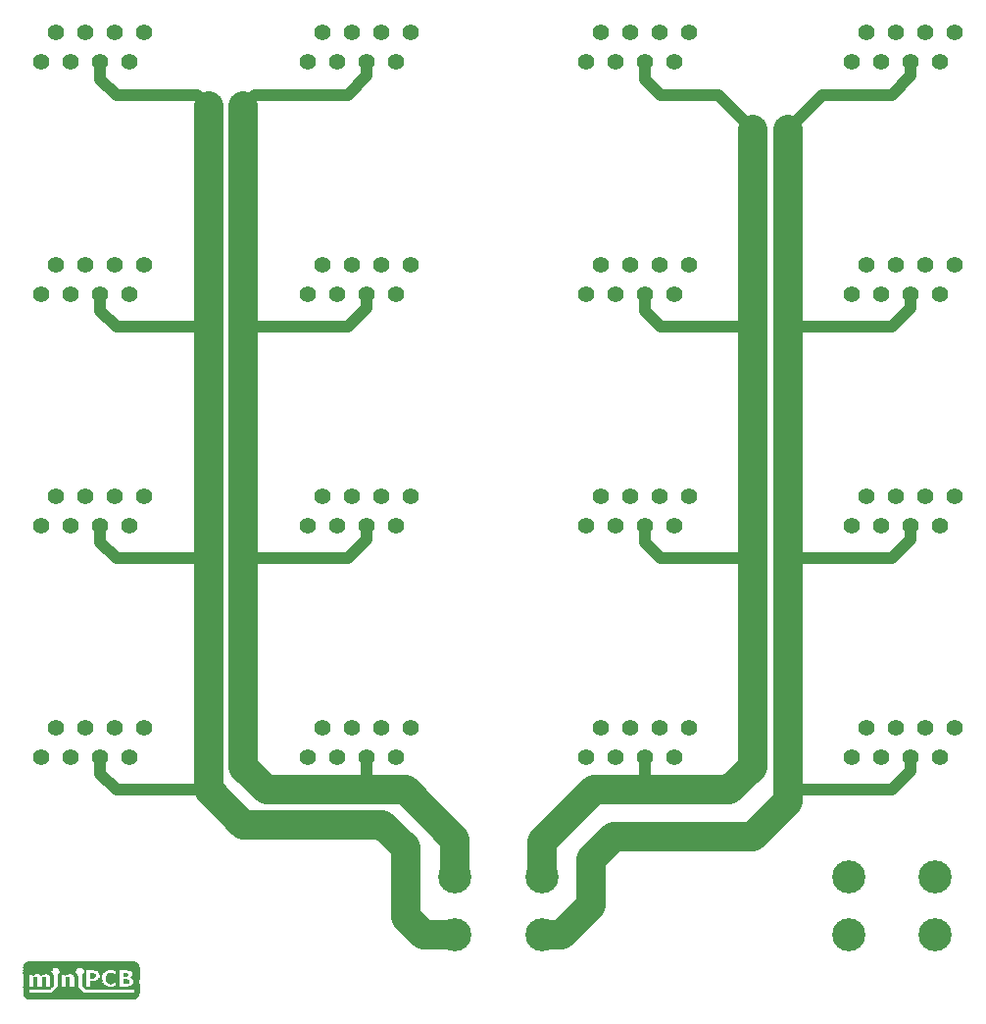
<source format=gbr>
G04 EAGLE Gerber RS-274X export*
G75*
%MOMM*%
%FSLAX34Y34*%
%LPD*%
%INTop Copper*%
%IPPOS*%
%AMOC8*
5,1,8,0,0,1.08239X$1,22.5*%
G01*
%ADD10R,9.171500X0.008500*%
%ADD11R,9.256500X0.008500*%
%ADD12R,9.324500X0.008500*%
%ADD13R,9.375400X0.008500*%
%ADD14R,9.426500X0.008500*%
%ADD15R,9.460500X0.008500*%
%ADD16R,9.494400X0.008500*%
%ADD17R,9.528500X0.008500*%
%ADD18R,9.554000X0.008500*%
%ADD19R,9.579500X0.008500*%
%ADD20R,9.613500X0.008500*%
%ADD21R,9.630500X0.008500*%
%ADD22R,9.647500X0.008500*%
%ADD23R,9.681500X0.008500*%
%ADD24R,9.698500X0.008500*%
%ADD25R,9.715400X0.008500*%
%ADD26R,9.732500X0.008500*%
%ADD27R,9.749500X0.008500*%
%ADD28R,9.766500X0.008500*%
%ADD29R,9.783500X0.008500*%
%ADD30R,9.800500X0.008500*%
%ADD31R,9.817500X0.008500*%
%ADD32R,9.834500X0.008500*%
%ADD33R,9.851500X0.008500*%
%ADD34R,9.868500X0.008500*%
%ADD35R,9.885500X0.008500*%
%ADD36R,9.902500X0.008500*%
%ADD37R,9.919500X0.008500*%
%ADD38R,9.936500X0.008500*%
%ADD39R,9.953500X0.008500*%
%ADD40R,9.970500X0.008500*%
%ADD41R,9.987500X0.008500*%
%ADD42R,10.004500X0.008500*%
%ADD43R,10.021500X0.008500*%
%ADD44R,10.030100X0.008500*%
%ADD45R,10.038600X0.008500*%
%ADD46R,0.510100X0.008500*%
%ADD47R,2.771000X0.008500*%
%ADD48R,0.510000X0.008500*%
%ADD49R,2.754000X0.008500*%
%ADD50R,2.737100X0.008500*%
%ADD51R,2.720000X0.008500*%
%ADD52R,2.703000X0.008500*%
%ADD53R,2.686000X0.008500*%
%ADD54R,2.677500X0.008500*%
%ADD55R,2.669000X0.008500*%
%ADD56R,2.652100X0.008500*%
%ADD57R,2.634900X0.008500*%
%ADD58R,2.618000X0.008500*%
%ADD59R,2.601000X0.008500*%
%ADD60R,2.584000X0.008500*%
%ADD61R,2.567000X0.008500*%
%ADD62R,2.550000X0.008500*%
%ADD63R,2.533000X0.008500*%
%ADD64R,2.516000X0.008500*%
%ADD65R,2.507500X0.008500*%
%ADD66R,2.499000X0.008500*%
%ADD67R,2.482000X0.008500*%
%ADD68R,2.464900X0.008500*%
%ADD69R,2.448000X0.008500*%
%ADD70R,2.431000X0.008500*%
%ADD71R,2.414000X0.008500*%
%ADD72R,2.397000X0.008500*%
%ADD73R,2.380000X0.008500*%
%ADD74R,2.363000X0.008500*%
%ADD75R,2.354500X0.008500*%
%ADD76R,2.346100X0.008500*%
%ADD77R,2.329000X0.008500*%
%ADD78R,2.312000X0.008500*%
%ADD79R,2.295000X0.008500*%
%ADD80R,2.278000X0.008500*%
%ADD81R,2.261100X0.008500*%
%ADD82R,2.243900X0.008500*%
%ADD83R,2.227000X0.008500*%
%ADD84R,2.210000X0.008500*%
%ADD85R,2.193000X0.008500*%
%ADD86R,2.184500X0.008500*%
%ADD87R,2.176000X0.008500*%
%ADD88R,2.159000X0.008500*%
%ADD89R,2.295100X0.008500*%
%ADD90R,2.142000X0.008500*%
%ADD91R,4.666500X0.008500*%
%ADD92R,2.303600X0.008500*%
%ADD93R,2.125000X0.008500*%
%ADD94R,4.675000X0.008500*%
%ADD95R,2.108000X0.008500*%
%ADD96R,4.683500X0.008500*%
%ADD97R,2.320600X0.008500*%
%ADD98R,2.091000X0.008500*%
%ADD99R,4.692100X0.008500*%
%ADD100R,2.073900X0.008500*%
%ADD101R,4.700500X0.008500*%
%ADD102R,2.329100X0.008500*%
%ADD103R,2.057000X0.008500*%
%ADD104R,2.337600X0.008500*%
%ADD105R,2.040000X0.008500*%
%ADD106R,4.709000X0.008500*%
%ADD107R,2.031500X0.008500*%
%ADD108R,4.717500X0.008500*%
%ADD109R,2.023000X0.008500*%
%ADD110R,4.726000X0.008500*%
%ADD111R,2.363100X0.008500*%
%ADD112R,2.006000X0.008500*%
%ADD113R,4.734500X0.008500*%
%ADD114R,2.371600X0.008500*%
%ADD115R,1.989000X0.008500*%
%ADD116R,4.743000X0.008500*%
%ADD117R,2.380100X0.008500*%
%ADD118R,1.972000X0.008500*%
%ADD119R,4.751500X0.008500*%
%ADD120R,2.388600X0.008500*%
%ADD121R,1.955000X0.008500*%
%ADD122R,4.760000X0.008500*%
%ADD123R,2.397100X0.008500*%
%ADD124R,1.938000X0.008500*%
%ADD125R,4.768500X0.008500*%
%ADD126R,1.921000X0.008500*%
%ADD127R,4.777100X0.008500*%
%ADD128R,2.405600X0.008500*%
%ADD129R,1.903900X0.008500*%
%ADD130R,4.785500X0.008500*%
%ADD131R,2.414100X0.008500*%
%ADD132R,1.887000X0.008500*%
%ADD133R,2.422600X0.008500*%
%ADD134R,1.870100X0.008500*%
%ADD135R,4.794000X0.008500*%
%ADD136R,2.431100X0.008500*%
%ADD137R,1.861500X0.008500*%
%ADD138R,4.802500X0.008500*%
%ADD139R,2.439600X0.008500*%
%ADD140R,1.852900X0.008500*%
%ADD141R,4.811000X0.008500*%
%ADD142R,2.448100X0.008500*%
%ADD143R,1.836000X0.008500*%
%ADD144R,4.819500X0.008500*%
%ADD145R,2.456600X0.008500*%
%ADD146R,1.819000X0.008500*%
%ADD147R,4.828000X0.008500*%
%ADD148R,2.465000X0.008500*%
%ADD149R,1.802000X0.008500*%
%ADD150R,4.836500X0.008500*%
%ADD151R,2.473600X0.008500*%
%ADD152R,1.785000X0.008500*%
%ADD153R,2.405500X0.008500*%
%ADD154R,2.482100X0.008500*%
%ADD155R,1.768000X0.008500*%
%ADD156R,2.346000X0.008500*%
%ADD157R,1.751000X0.008500*%
%ADD158R,2.303500X0.008500*%
%ADD159R,0.365500X0.008500*%
%ADD160R,0.357000X0.008500*%
%ADD161R,0.195500X0.008500*%
%ADD162R,0.331500X0.008500*%
%ADD163R,0.391000X0.008500*%
%ADD164R,0.314500X0.008500*%
%ADD165R,0.221000X0.008500*%
%ADD166R,1.496000X0.008500*%
%ADD167R,0.518500X0.008500*%
%ADD168R,1.037000X0.008500*%
%ADD169R,0.204000X0.008500*%
%ADD170R,0.229500X0.008500*%
%ADD171R,1.462000X0.008500*%
%ADD172R,0.484500X0.008500*%
%ADD173R,0.943600X0.008500*%
%ADD174R,0.212400X0.008500*%
%ADD175R,0.238000X0.008500*%
%ADD176R,1.436500X0.008500*%
%ADD177R,0.459000X0.008500*%
%ADD178R,0.892500X0.008500*%
%ADD179R,0.246600X0.008500*%
%ADD180R,1.411000X0.008500*%
%ADD181R,0.433500X0.008500*%
%ADD182R,0.858500X0.008500*%
%ADD183R,0.255000X0.008500*%
%ADD184R,1.394000X0.008500*%
%ADD185R,0.408000X0.008500*%
%ADD186R,0.824500X0.008500*%
%ADD187R,0.263500X0.008500*%
%ADD188R,1.377000X0.008500*%
%ADD189R,0.807500X0.008500*%
%ADD190R,0.246500X0.008500*%
%ADD191R,0.272000X0.008500*%
%ADD192R,1.360000X0.008500*%
%ADD193R,0.782000X0.008500*%
%ADD194R,0.280500X0.008500*%
%ADD195R,1.343000X0.008500*%
%ADD196R,0.348500X0.008500*%
%ADD197R,0.765000X0.008500*%
%ADD198R,0.289000X0.008500*%
%ADD199R,1.326000X0.008500*%
%ADD200R,0.748000X0.008500*%
%ADD201R,0.297500X0.008500*%
%ADD202R,1.309000X0.008500*%
%ADD203R,0.306000X0.008500*%
%ADD204R,0.731000X0.008500*%
%ADD205R,1.300500X0.008500*%
%ADD206R,0.714000X0.008500*%
%ADD207R,1.283500X0.008500*%
%ADD208R,0.705500X0.008500*%
%ADD209R,1.275000X0.008500*%
%ADD210R,0.688500X0.008500*%
%ADD211R,0.323000X0.008500*%
%ADD212R,1.258000X0.008500*%
%ADD213R,0.680000X0.008500*%
%ADD214R,0.331600X0.008500*%
%ADD215R,1.249500X0.008500*%
%ADD216R,0.671500X0.008500*%
%ADD217R,0.340000X0.008500*%
%ADD218R,1.241000X0.008500*%
%ADD219R,0.654500X0.008500*%
%ADD220R,1.232500X0.008500*%
%ADD221R,0.646000X0.008500*%
%ADD222R,1.215500X0.008500*%
%ADD223R,0.637500X0.008500*%
%ADD224R,1.207000X0.008500*%
%ADD225R,0.629000X0.008500*%
%ADD226R,1.198500X0.008500*%
%ADD227R,0.620500X0.008500*%
%ADD228R,1.190000X0.008500*%
%ADD229R,0.612000X0.008500*%
%ADD230R,1.181500X0.008500*%
%ADD231R,0.603500X0.008500*%
%ADD232R,1.173000X0.008500*%
%ADD233R,0.595000X0.008500*%
%ADD234R,1.164500X0.008500*%
%ADD235R,0.586500X0.008500*%
%ADD236R,1.156000X0.008500*%
%ADD237R,0.578000X0.008500*%
%ADD238R,1.147500X0.008500*%
%ADD239R,1.139000X0.008500*%
%ADD240R,0.569500X0.008500*%
%ADD241R,0.561000X0.008500*%
%ADD242R,1.130500X0.008500*%
%ADD243R,1.122000X0.008500*%
%ADD244R,0.161500X0.008500*%
%ADD245R,0.552600X0.008500*%
%ADD246R,1.113500X0.008500*%
%ADD247R,0.263400X0.008500*%
%ADD248R,0.322900X0.008500*%
%ADD249R,0.544000X0.008500*%
%ADD250R,1.105000X0.008500*%
%ADD251R,0.382500X0.008500*%
%ADD252R,0.373900X0.008500*%
%ADD253R,1.096500X0.008500*%
%ADD254R,0.416500X0.008500*%
%ADD255R,0.399500X0.008500*%
%ADD256R,0.535500X0.008500*%
%ADD257R,1.088000X0.008500*%
%ADD258R,0.450500X0.008500*%
%ADD259R,0.476000X0.008500*%
%ADD260R,0.425000X0.008500*%
%ADD261R,0.527000X0.008500*%
%ADD262R,1.079500X0.008500*%
%ADD263R,0.501500X0.008500*%
%ADD264R,0.433400X0.008500*%
%ADD265R,0.442000X0.008500*%
%ADD266R,1.071000X0.008500*%
%ADD267R,1.062500X0.008500*%
%ADD268R,0.467500X0.008500*%
%ADD269R,1.054000X0.008500*%
%ADD270R,1.045500X0.008500*%
%ADD271R,0.697000X0.008500*%
%ADD272R,0.722500X0.008500*%
%ADD273R,0.739500X0.008500*%
%ADD274R,1.028500X0.008500*%
%ADD275R,0.663000X0.008500*%
%ADD276R,0.552500X0.008500*%
%ADD277R,0.374000X0.008500*%
%ADD278R,0.348400X0.008500*%
%ADD279R,0.722600X0.008500*%
%ADD280R,0.799000X0.008500*%
%ADD281R,0.816000X0.008500*%
%ADD282R,0.212500X0.008500*%
%ADD283R,0.187000X0.008500*%
%ADD284R,0.144400X0.008500*%
%ADD285R,0.144500X0.008500*%
%ADD286R,0.756500X0.008500*%
%ADD287R,0.340100X0.008500*%
%ADD288R,0.663100X0.008500*%
%ADD289R,0.017000X0.008500*%
%ADD290R,0.025500X0.008500*%
%ADD291R,0.042500X0.008500*%
%ADD292R,0.068000X0.008500*%
%ADD293R,0.076500X0.008500*%
%ADD294R,0.008500X0.008500*%
%ADD295R,0.093500X0.008500*%
%ADD296R,0.034000X0.008500*%
%ADD297R,0.119000X0.008500*%
%ADD298R,0.136000X0.008500*%
%ADD299R,0.051000X0.008500*%
%ADD300R,0.170000X0.008500*%
%ADD301R,0.399600X0.008500*%
%ADD302R,0.399400X0.008500*%
%ADD303R,0.110500X0.008500*%
%ADD304R,0.102000X0.008500*%
%ADD305R,0.391100X0.008500*%
%ADD306R,0.152900X0.008500*%
%ADD307R,0.153000X0.008500*%
%ADD308R,0.348600X0.008500*%
%ADD309R,1.062600X0.008500*%
%ADD310R,0.416400X0.008500*%
%ADD311R,0.441900X0.008500*%
%ADD312R,1.122100X0.008500*%
%ADD313R,0.467600X0.008500*%
%ADD314R,0.475900X0.008500*%
%ADD315R,1.181600X0.008500*%
%ADD316R,0.884000X0.008500*%
%ADD317R,2.490600X0.008500*%
%ADD318R,1.479000X0.008500*%
%ADD319R,1.461900X0.008500*%
%ADD320R,1.445000X0.008500*%
%ADD321R,1.428000X0.008500*%
%ADD322R,0.178500X0.008500*%
%ADD323R,0.773600X0.008500*%
%ADD324R,0.790500X0.008500*%
%ADD325R,0.833000X0.008500*%
%ADD326R,0.833100X0.008500*%
%ADD327R,0.926500X0.008500*%
%ADD328R,0.986000X0.008500*%
%ADD329R,0.935000X0.008500*%
%ADD330R,2.099500X0.008500*%
%ADD331R,2.150500X0.008500*%
%ADD332R,4.853500X0.008500*%
%ADD333R,4.862000X0.008500*%
%ADD334R,2.499100X0.008500*%
%ADD335R,1.512900X0.008500*%
%ADD336R,4.870500X0.008500*%
%ADD337R,1.530000X0.008500*%
%ADD338R,4.879000X0.008500*%
%ADD339R,1.538500X0.008500*%
%ADD340R,4.887600X0.008500*%
%ADD341R,2.516100X0.008500*%
%ADD342R,1.547000X0.008500*%
%ADD343R,2.524600X0.008500*%
%ADD344R,1.564000X0.008500*%
%ADD345R,4.896000X0.008500*%
%ADD346R,2.533100X0.008500*%
%ADD347R,1.581000X0.008500*%
%ADD348R,4.904500X0.008500*%
%ADD349R,2.541600X0.008500*%
%ADD350R,1.598000X0.008500*%
%ADD351R,4.913000X0.008500*%
%ADD352R,2.550100X0.008500*%
%ADD353R,1.615000X0.008500*%
%ADD354R,4.921500X0.008500*%
%ADD355R,2.558600X0.008500*%
%ADD356R,1.632000X0.008500*%
%ADD357R,4.930000X0.008500*%
%ADD358R,2.567100X0.008500*%
%ADD359R,1.657500X0.008500*%
%ADD360R,4.938500X0.008500*%
%ADD361R,2.584100X0.008500*%
%ADD362R,1.682900X0.008500*%
%ADD363R,4.955500X0.008500*%
%ADD364R,2.592600X0.008500*%
%ADD365R,1.700000X0.008500*%
%ADD366R,4.964000X0.008500*%
%ADD367R,2.609600X0.008500*%
%ADD368R,1.734000X0.008500*%
%ADD369R,4.981000X0.008500*%
%ADD370R,2.626600X0.008500*%
%ADD371R,4.998000X0.008500*%
%ADD372R,2.643600X0.008500*%
%ADD373R,5.015000X0.008500*%
%ADD374R,2.660500X0.008500*%
%ADD375R,5.032000X0.008500*%
%ADD376R,2.686100X0.008500*%
%ADD377R,5.057500X0.008500*%
%ADD378R,2.720100X0.008500*%
%ADD379R,5.091500X0.008500*%
%ADD380C,2.850000*%
%ADD381C,1.408000*%
%ADD382C,1.000000*%
%ADD383C,2.540000*%


D10*
X140151Y19000D03*
D11*
X140151Y19085D03*
D12*
X140151Y19170D03*
D13*
X140150Y19255D03*
D14*
X140151Y19340D03*
D15*
X140151Y19425D03*
D16*
X140150Y19510D03*
D17*
X140151Y19595D03*
D18*
X140193Y19680D03*
D19*
X140151Y19765D03*
D20*
X140151Y19850D03*
D21*
X140151Y19935D03*
D22*
X140151Y20020D03*
D23*
X140151Y20105D03*
D24*
X140151Y20190D03*
D25*
X140150Y20275D03*
D26*
X140151Y20360D03*
D27*
X140151Y20445D03*
D28*
X140151Y20530D03*
D29*
X140151Y20615D03*
D30*
X140151Y20700D03*
D31*
X140151Y20785D03*
X140151Y20870D03*
D32*
X140151Y20955D03*
D33*
X140151Y21040D03*
D34*
X140151Y21125D03*
X140151Y21210D03*
D35*
X140151Y21295D03*
X140151Y21380D03*
D36*
X140151Y21465D03*
D37*
X140151Y21550D03*
X140151Y21635D03*
D38*
X140150Y21720D03*
X140150Y21805D03*
D39*
X140151Y21890D03*
X140151Y21975D03*
D40*
X140151Y22060D03*
X140151Y22145D03*
X140151Y22230D03*
D41*
X140151Y22315D03*
X140151Y22400D03*
X140151Y22485D03*
D42*
X140151Y22570D03*
X140151Y22655D03*
X140151Y22740D03*
X140151Y22825D03*
D43*
X140151Y22910D03*
X140151Y22995D03*
X140151Y23080D03*
X140151Y23165D03*
X140151Y23250D03*
D44*
X140108Y23335D03*
D45*
X140150Y23420D03*
X140150Y23505D03*
X140150Y23590D03*
X140150Y23675D03*
X140150Y23760D03*
X140150Y23845D03*
D46*
X92508Y23930D03*
D47*
X128293Y23930D03*
D48*
X187793Y23930D03*
D46*
X92508Y24015D03*
D49*
X128293Y24015D03*
D48*
X187793Y24015D03*
D46*
X92508Y24100D03*
D50*
X128293Y24100D03*
D48*
X187793Y24100D03*
D46*
X92508Y24185D03*
D51*
X128293Y24185D03*
D48*
X187793Y24185D03*
D46*
X92508Y24270D03*
D52*
X128293Y24270D03*
D48*
X187793Y24270D03*
D46*
X92508Y24355D03*
D53*
X128293Y24355D03*
D48*
X187793Y24355D03*
D46*
X92508Y24440D03*
D54*
X128251Y24440D03*
D48*
X187793Y24440D03*
D46*
X92508Y24525D03*
D55*
X128293Y24525D03*
D48*
X187793Y24525D03*
D46*
X92508Y24610D03*
D56*
X128293Y24610D03*
D48*
X187793Y24610D03*
D46*
X92508Y24695D03*
D57*
X128293Y24695D03*
D48*
X187793Y24695D03*
D46*
X92508Y24780D03*
D58*
X128293Y24780D03*
D48*
X187793Y24780D03*
D46*
X92508Y24865D03*
D59*
X128293Y24865D03*
D48*
X187793Y24865D03*
D46*
X92508Y24950D03*
D60*
X128293Y24950D03*
D48*
X187793Y24950D03*
D46*
X92508Y25035D03*
D61*
X128293Y25035D03*
D48*
X187793Y25035D03*
D46*
X92508Y25120D03*
D62*
X128293Y25120D03*
D48*
X187793Y25120D03*
D46*
X92508Y25205D03*
D63*
X128293Y25205D03*
D48*
X187793Y25205D03*
D46*
X92508Y25290D03*
D64*
X128293Y25290D03*
D48*
X187793Y25290D03*
D46*
X92508Y25375D03*
D65*
X128251Y25375D03*
D48*
X187793Y25375D03*
D46*
X92508Y25460D03*
D66*
X128293Y25460D03*
D48*
X187793Y25460D03*
D46*
X92508Y25545D03*
D67*
X128293Y25545D03*
D48*
X187793Y25545D03*
D46*
X92508Y25630D03*
D68*
X128293Y25630D03*
D48*
X187793Y25630D03*
D46*
X92508Y25715D03*
D69*
X128293Y25715D03*
D48*
X187793Y25715D03*
D46*
X92508Y25800D03*
D70*
X128293Y25800D03*
D48*
X187793Y25800D03*
D46*
X92508Y25885D03*
D71*
X128293Y25885D03*
D48*
X187793Y25885D03*
D46*
X92508Y25970D03*
D72*
X128293Y25970D03*
D48*
X187793Y25970D03*
D46*
X92508Y26055D03*
D73*
X128293Y26055D03*
D48*
X187793Y26055D03*
D46*
X92508Y26140D03*
D74*
X128293Y26140D03*
D48*
X187793Y26140D03*
D46*
X92508Y26225D03*
D75*
X128251Y26225D03*
D48*
X187793Y26225D03*
D46*
X92508Y26310D03*
D76*
X128293Y26310D03*
D48*
X187793Y26310D03*
D46*
X92508Y26395D03*
D77*
X128293Y26395D03*
D48*
X187793Y26395D03*
D46*
X92508Y26480D03*
D78*
X128293Y26480D03*
D48*
X187793Y26480D03*
D46*
X92508Y26565D03*
D79*
X128293Y26565D03*
D48*
X187793Y26565D03*
D46*
X92508Y26650D03*
D80*
X128293Y26650D03*
D48*
X187793Y26650D03*
D46*
X92508Y26735D03*
D81*
X128293Y26735D03*
D48*
X187793Y26735D03*
D46*
X92508Y26820D03*
D82*
X128293Y26820D03*
D48*
X187793Y26820D03*
D46*
X92508Y26905D03*
D83*
X128293Y26905D03*
D48*
X187793Y26905D03*
D46*
X92508Y26990D03*
D84*
X128293Y26990D03*
D48*
X187793Y26990D03*
D46*
X92508Y27075D03*
D85*
X128293Y27075D03*
D48*
X187793Y27075D03*
D46*
X92508Y27160D03*
D86*
X128251Y27160D03*
D48*
X187793Y27160D03*
D46*
X92508Y27245D03*
D87*
X128293Y27245D03*
D48*
X187793Y27245D03*
D46*
X92508Y27330D03*
D88*
X128293Y27330D03*
D48*
X187793Y27330D03*
D89*
X101433Y27415D03*
D90*
X128293Y27415D03*
D91*
X167011Y27415D03*
D92*
X101475Y27500D03*
D93*
X128293Y27500D03*
D94*
X166968Y27500D03*
D78*
X101517Y27585D03*
D95*
X128293Y27585D03*
D96*
X166926Y27585D03*
D97*
X101560Y27670D03*
D98*
X128293Y27670D03*
D99*
X166883Y27670D03*
D97*
X101560Y27755D03*
D100*
X128293Y27755D03*
D101*
X166841Y27755D03*
D102*
X101603Y27840D03*
D103*
X128293Y27840D03*
D101*
X166841Y27840D03*
D104*
X101645Y27925D03*
D105*
X128293Y27925D03*
D106*
X166798Y27925D03*
D76*
X101688Y28010D03*
D107*
X128251Y28010D03*
D108*
X166756Y28010D03*
D75*
X101730Y28095D03*
D109*
X128293Y28095D03*
D110*
X166713Y28095D03*
D111*
X101773Y28180D03*
D112*
X128293Y28180D03*
D113*
X166671Y28180D03*
D114*
X101815Y28265D03*
D115*
X128293Y28265D03*
D116*
X166628Y28265D03*
D117*
X101858Y28350D03*
D118*
X128293Y28350D03*
D119*
X166586Y28350D03*
D120*
X101900Y28435D03*
D121*
X128293Y28435D03*
D122*
X166543Y28435D03*
D123*
X101943Y28520D03*
D124*
X128293Y28520D03*
D125*
X166501Y28520D03*
D123*
X101943Y28605D03*
D126*
X128293Y28605D03*
D127*
X166458Y28605D03*
D128*
X101985Y28690D03*
D129*
X128293Y28690D03*
D130*
X166416Y28690D03*
D131*
X102028Y28775D03*
D132*
X128293Y28775D03*
D130*
X166416Y28775D03*
D133*
X102070Y28860D03*
D134*
X128293Y28860D03*
D135*
X166373Y28860D03*
D136*
X102113Y28945D03*
D137*
X128250Y28945D03*
D138*
X166331Y28945D03*
D139*
X102155Y29030D03*
D140*
X128293Y29030D03*
D141*
X166288Y29030D03*
D142*
X102198Y29115D03*
D143*
X128293Y29115D03*
D144*
X166246Y29115D03*
D145*
X102240Y29200D03*
D146*
X128293Y29200D03*
D147*
X166203Y29200D03*
D148*
X102282Y29285D03*
D149*
X128293Y29285D03*
D150*
X166161Y29285D03*
D151*
X102325Y29370D03*
D152*
X128293Y29370D03*
D84*
X152943Y29370D03*
D153*
X178316Y29370D03*
D154*
X102368Y29455D03*
D155*
X128293Y29455D03*
D88*
X152603Y29455D03*
D156*
X178613Y29455D03*
D154*
X102368Y29540D03*
D157*
X128293Y29540D03*
D93*
X152348Y29540D03*
D158*
X178826Y29540D03*
D46*
X92508Y29625D03*
D159*
X100371Y29625D03*
D160*
X107553Y29625D03*
D161*
X113886Y29625D03*
D162*
X121196Y29625D03*
D163*
X128293Y29625D03*
D164*
X135391Y29625D03*
D165*
X142828Y29625D03*
D166*
X155153Y29625D03*
D167*
X170241Y29625D03*
D168*
X185158Y29625D03*
D46*
X92508Y29710D03*
D159*
X100371Y29710D03*
D160*
X107553Y29710D03*
D169*
X113928Y29710D03*
D162*
X121196Y29710D03*
D163*
X128293Y29710D03*
D164*
X135391Y29710D03*
D170*
X142786Y29710D03*
D171*
X154983Y29710D03*
D172*
X170411Y29710D03*
D173*
X185625Y29710D03*
D46*
X92508Y29795D03*
D159*
X100371Y29795D03*
D160*
X107553Y29795D03*
D174*
X113970Y29795D03*
D162*
X121196Y29795D03*
D163*
X128293Y29795D03*
D164*
X135391Y29795D03*
D175*
X142743Y29795D03*
D176*
X154856Y29795D03*
D177*
X170538Y29795D03*
D178*
X185881Y29795D03*
D46*
X92508Y29880D03*
D159*
X100371Y29880D03*
D160*
X107553Y29880D03*
D165*
X114013Y29880D03*
D162*
X121196Y29880D03*
D163*
X128293Y29880D03*
D164*
X135391Y29880D03*
D179*
X142700Y29880D03*
D180*
X154728Y29880D03*
D181*
X170666Y29880D03*
D182*
X186051Y29880D03*
D46*
X92508Y29965D03*
D159*
X100371Y29965D03*
D160*
X107553Y29965D03*
D170*
X114056Y29965D03*
D162*
X121196Y29965D03*
D163*
X128293Y29965D03*
D164*
X135391Y29965D03*
D183*
X142658Y29965D03*
D184*
X154643Y29965D03*
D185*
X170793Y29965D03*
D186*
X186221Y29965D03*
D46*
X92508Y30050D03*
D159*
X100371Y30050D03*
D160*
X107553Y30050D03*
D175*
X114098Y30050D03*
D162*
X121196Y30050D03*
D163*
X128293Y30050D03*
D164*
X135391Y30050D03*
D187*
X142616Y30050D03*
D188*
X154558Y30050D03*
D163*
X170878Y30050D03*
D189*
X186306Y30050D03*
D46*
X92508Y30135D03*
D159*
X100371Y30135D03*
D160*
X107553Y30135D03*
D190*
X114141Y30135D03*
D162*
X121196Y30135D03*
D163*
X128293Y30135D03*
D164*
X135391Y30135D03*
D191*
X142573Y30135D03*
D192*
X154473Y30135D03*
D159*
X171006Y30135D03*
D193*
X186433Y30135D03*
D46*
X92508Y30220D03*
D159*
X100371Y30220D03*
D160*
X107553Y30220D03*
D183*
X114183Y30220D03*
D162*
X121196Y30220D03*
D163*
X128293Y30220D03*
D164*
X135391Y30220D03*
D194*
X142531Y30220D03*
D195*
X154388Y30220D03*
D196*
X171091Y30220D03*
D197*
X186518Y30220D03*
D46*
X92508Y30305D03*
D159*
X100371Y30305D03*
D160*
X107553Y30305D03*
D187*
X114226Y30305D03*
D162*
X121196Y30305D03*
D163*
X128293Y30305D03*
D164*
X135391Y30305D03*
D198*
X142488Y30305D03*
D199*
X154303Y30305D03*
D162*
X171176Y30305D03*
D200*
X186603Y30305D03*
D46*
X92508Y30390D03*
D159*
X100371Y30390D03*
D160*
X107553Y30390D03*
D187*
X114226Y30390D03*
D162*
X121196Y30390D03*
D163*
X128293Y30390D03*
D164*
X135391Y30390D03*
D201*
X142446Y30390D03*
D202*
X154218Y30390D03*
D203*
X171303Y30390D03*
D204*
X186688Y30390D03*
D46*
X92508Y30475D03*
D159*
X100371Y30475D03*
D160*
X107553Y30475D03*
D191*
X114268Y30475D03*
D162*
X121196Y30475D03*
D163*
X128293Y30475D03*
D164*
X135391Y30475D03*
D203*
X142403Y30475D03*
D205*
X154176Y30475D03*
D198*
X171388Y30475D03*
D206*
X186773Y30475D03*
D46*
X92508Y30560D03*
D159*
X100371Y30560D03*
D160*
X107553Y30560D03*
D194*
X114311Y30560D03*
D162*
X121196Y30560D03*
D163*
X128293Y30560D03*
D164*
X135391Y30560D03*
D203*
X142403Y30560D03*
D207*
X154091Y30560D03*
D191*
X171473Y30560D03*
D208*
X186816Y30560D03*
D46*
X92508Y30645D03*
D159*
X100371Y30645D03*
D160*
X107553Y30645D03*
D198*
X114353Y30645D03*
D162*
X121196Y30645D03*
D163*
X128293Y30645D03*
D164*
X135391Y30645D03*
X142361Y30645D03*
D209*
X154048Y30645D03*
D191*
X171473Y30645D03*
D210*
X186901Y30645D03*
D46*
X92508Y30730D03*
D159*
X100371Y30730D03*
D160*
X107553Y30730D03*
D201*
X114396Y30730D03*
D162*
X121196Y30730D03*
D163*
X128293Y30730D03*
D164*
X135391Y30730D03*
D211*
X142318Y30730D03*
D212*
X153963Y30730D03*
D191*
X171473Y30730D03*
D213*
X186943Y30730D03*
D46*
X92508Y30815D03*
D159*
X100371Y30815D03*
D160*
X107553Y30815D03*
D203*
X114438Y30815D03*
D162*
X121196Y30815D03*
D163*
X128293Y30815D03*
D164*
X135391Y30815D03*
D214*
X142275Y30815D03*
D215*
X153921Y30815D03*
D191*
X171473Y30815D03*
D216*
X186986Y30815D03*
D46*
X92508Y30900D03*
D159*
X100371Y30900D03*
D160*
X107553Y30900D03*
D164*
X114481Y30900D03*
D162*
X121196Y30900D03*
D163*
X128293Y30900D03*
D164*
X135391Y30900D03*
D217*
X142233Y30900D03*
D218*
X153878Y30900D03*
D191*
X171473Y30900D03*
D219*
X187071Y30900D03*
D46*
X92508Y30985D03*
D159*
X100371Y30985D03*
D160*
X107553Y30985D03*
D164*
X114481Y30985D03*
D162*
X121196Y30985D03*
D163*
X128293Y30985D03*
D164*
X135391Y30985D03*
D217*
X142233Y30985D03*
D220*
X153836Y30985D03*
D191*
X171473Y30985D03*
D221*
X187113Y30985D03*
D46*
X92508Y31070D03*
D159*
X100371Y31070D03*
D160*
X107553Y31070D03*
D164*
X114481Y31070D03*
D162*
X121196Y31070D03*
D163*
X128293Y31070D03*
D164*
X135391Y31070D03*
D196*
X142191Y31070D03*
D222*
X153751Y31070D03*
D191*
X171473Y31070D03*
D223*
X187156Y31070D03*
D46*
X92508Y31155D03*
D159*
X100371Y31155D03*
D160*
X107553Y31155D03*
D164*
X114481Y31155D03*
D162*
X121196Y31155D03*
D163*
X128293Y31155D03*
D164*
X135391Y31155D03*
D196*
X142191Y31155D03*
D224*
X153708Y31155D03*
D191*
X171473Y31155D03*
D225*
X187198Y31155D03*
D46*
X92508Y31240D03*
D159*
X100371Y31240D03*
D160*
X107553Y31240D03*
D164*
X114481Y31240D03*
D162*
X121196Y31240D03*
D163*
X128293Y31240D03*
D164*
X135391Y31240D03*
D196*
X142191Y31240D03*
D226*
X153666Y31240D03*
D191*
X171473Y31240D03*
D227*
X187241Y31240D03*
D46*
X92508Y31325D03*
D159*
X100371Y31325D03*
D160*
X107553Y31325D03*
D164*
X114481Y31325D03*
D162*
X121196Y31325D03*
D163*
X128293Y31325D03*
D164*
X135391Y31325D03*
D196*
X142191Y31325D03*
D228*
X153623Y31325D03*
D191*
X171473Y31325D03*
D229*
X187283Y31325D03*
D46*
X92508Y31410D03*
D159*
X100371Y31410D03*
D160*
X107553Y31410D03*
D164*
X114481Y31410D03*
D162*
X121196Y31410D03*
D163*
X128293Y31410D03*
D164*
X135391Y31410D03*
D196*
X142191Y31410D03*
D230*
X153581Y31410D03*
D191*
X171473Y31410D03*
D231*
X187326Y31410D03*
D46*
X92508Y31495D03*
D159*
X100371Y31495D03*
D160*
X107553Y31495D03*
D164*
X114481Y31495D03*
D162*
X121196Y31495D03*
D163*
X128293Y31495D03*
D164*
X135391Y31495D03*
D196*
X142191Y31495D03*
D232*
X153538Y31495D03*
D191*
X171473Y31495D03*
D233*
X187368Y31495D03*
D46*
X92508Y31580D03*
D159*
X100371Y31580D03*
D160*
X107553Y31580D03*
D164*
X114481Y31580D03*
D162*
X121196Y31580D03*
D163*
X128293Y31580D03*
D164*
X135391Y31580D03*
D196*
X142191Y31580D03*
D232*
X153538Y31580D03*
D191*
X171473Y31580D03*
D233*
X187368Y31580D03*
D46*
X92508Y31665D03*
D159*
X100371Y31665D03*
D160*
X107553Y31665D03*
D164*
X114481Y31665D03*
D162*
X121196Y31665D03*
D163*
X128293Y31665D03*
D164*
X135391Y31665D03*
D196*
X142191Y31665D03*
D234*
X153496Y31665D03*
D191*
X171473Y31665D03*
D235*
X187411Y31665D03*
D46*
X92508Y31750D03*
D159*
X100371Y31750D03*
D160*
X107553Y31750D03*
D164*
X114481Y31750D03*
D162*
X121196Y31750D03*
D163*
X128293Y31750D03*
D164*
X135391Y31750D03*
D196*
X142191Y31750D03*
D236*
X153453Y31750D03*
D191*
X171473Y31750D03*
D237*
X187453Y31750D03*
D46*
X92508Y31835D03*
D159*
X100371Y31835D03*
D160*
X107553Y31835D03*
D164*
X114481Y31835D03*
D162*
X121196Y31835D03*
D163*
X128293Y31835D03*
D164*
X135391Y31835D03*
D196*
X142191Y31835D03*
D238*
X153411Y31835D03*
D191*
X171473Y31835D03*
D237*
X187453Y31835D03*
D46*
X92508Y31920D03*
D159*
X100371Y31920D03*
D160*
X107553Y31920D03*
D164*
X114481Y31920D03*
D162*
X121196Y31920D03*
D163*
X128293Y31920D03*
D164*
X135391Y31920D03*
D196*
X142191Y31920D03*
D239*
X153368Y31920D03*
D191*
X171473Y31920D03*
D240*
X187496Y31920D03*
D46*
X92508Y32005D03*
D159*
X100371Y32005D03*
D160*
X107553Y32005D03*
D164*
X114481Y32005D03*
D162*
X121196Y32005D03*
D163*
X128293Y32005D03*
D164*
X135391Y32005D03*
D196*
X142191Y32005D03*
D239*
X153368Y32005D03*
D191*
X171473Y32005D03*
D241*
X187538Y32005D03*
D46*
X92508Y32090D03*
D159*
X100371Y32090D03*
D160*
X107553Y32090D03*
D164*
X114481Y32090D03*
D162*
X121196Y32090D03*
D163*
X128293Y32090D03*
D164*
X135391Y32090D03*
D196*
X142191Y32090D03*
D242*
X153326Y32090D03*
D191*
X171473Y32090D03*
D241*
X187538Y32090D03*
D46*
X92508Y32175D03*
D159*
X100371Y32175D03*
D160*
X107553Y32175D03*
D164*
X114481Y32175D03*
D162*
X121196Y32175D03*
D163*
X128293Y32175D03*
D164*
X135391Y32175D03*
D196*
X142191Y32175D03*
D243*
X153283Y32175D03*
D244*
X165651Y32175D03*
D191*
X171473Y32175D03*
D245*
X187580Y32175D03*
D46*
X92508Y32260D03*
D159*
X100371Y32260D03*
D160*
X107553Y32260D03*
D164*
X114481Y32260D03*
D162*
X121196Y32260D03*
D163*
X128293Y32260D03*
D164*
X135391Y32260D03*
D196*
X142191Y32260D03*
D246*
X153241Y32260D03*
D175*
X165608Y32260D03*
D191*
X171473Y32260D03*
D247*
X177890Y32260D03*
D245*
X187580Y32260D03*
D46*
X92508Y32345D03*
D159*
X100371Y32345D03*
D160*
X107553Y32345D03*
D164*
X114481Y32345D03*
D162*
X121196Y32345D03*
D163*
X128293Y32345D03*
D164*
X135391Y32345D03*
D196*
X142191Y32345D03*
D246*
X153241Y32345D03*
D198*
X165608Y32345D03*
D191*
X171473Y32345D03*
D248*
X178188Y32345D03*
D249*
X187623Y32345D03*
D46*
X92508Y32430D03*
D159*
X100371Y32430D03*
D160*
X107553Y32430D03*
D164*
X114481Y32430D03*
D162*
X121196Y32430D03*
D163*
X128293Y32430D03*
D164*
X135391Y32430D03*
D196*
X142191Y32430D03*
D250*
X153198Y32430D03*
D217*
X165608Y32430D03*
D191*
X171473Y32430D03*
D160*
X178358Y32430D03*
D249*
X187623Y32430D03*
D46*
X92508Y32515D03*
D159*
X100371Y32515D03*
D160*
X107553Y32515D03*
D164*
X114481Y32515D03*
D162*
X121196Y32515D03*
D163*
X128293Y32515D03*
D164*
X135391Y32515D03*
D196*
X142191Y32515D03*
D250*
X153198Y32515D03*
D251*
X165651Y32515D03*
D191*
X171473Y32515D03*
D252*
X178443Y32515D03*
D249*
X187623Y32515D03*
D46*
X92508Y32600D03*
D159*
X100371Y32600D03*
D160*
X107553Y32600D03*
D164*
X114481Y32600D03*
D162*
X121196Y32600D03*
D163*
X128293Y32600D03*
D164*
X135391Y32600D03*
D196*
X142191Y32600D03*
D253*
X153156Y32600D03*
D254*
X165651Y32600D03*
D191*
X171473Y32600D03*
D255*
X178571Y32600D03*
D256*
X187666Y32600D03*
D46*
X92508Y32685D03*
D159*
X100371Y32685D03*
D160*
X107553Y32685D03*
D164*
X114481Y32685D03*
D162*
X121196Y32685D03*
D163*
X128293Y32685D03*
D164*
X135391Y32685D03*
D196*
X142191Y32685D03*
D257*
X153113Y32685D03*
D258*
X165651Y32685D03*
D191*
X171473Y32685D03*
D185*
X178613Y32685D03*
D256*
X187666Y32685D03*
D46*
X92508Y32770D03*
D159*
X100371Y32770D03*
D160*
X107553Y32770D03*
D164*
X114481Y32770D03*
D162*
X121196Y32770D03*
D163*
X128293Y32770D03*
D164*
X135391Y32770D03*
D196*
X142191Y32770D03*
D257*
X153113Y32770D03*
D259*
X165693Y32770D03*
D191*
X171473Y32770D03*
D260*
X178698Y32770D03*
D261*
X187708Y32770D03*
D46*
X92508Y32855D03*
D159*
X100371Y32855D03*
D160*
X107553Y32855D03*
D164*
X114481Y32855D03*
D162*
X121196Y32855D03*
D163*
X128293Y32855D03*
D164*
X135391Y32855D03*
D196*
X142191Y32855D03*
D262*
X153071Y32855D03*
D263*
X165651Y32855D03*
D191*
X171473Y32855D03*
D264*
X178740Y32855D03*
D261*
X187708Y32855D03*
D46*
X92508Y32940D03*
D159*
X100371Y32940D03*
D160*
X107553Y32940D03*
D164*
X114481Y32940D03*
D162*
X121196Y32940D03*
D163*
X128293Y32940D03*
D164*
X135391Y32940D03*
D196*
X142191Y32940D03*
D262*
X153071Y32940D03*
D261*
X165693Y32940D03*
D191*
X171473Y32940D03*
D265*
X178783Y32940D03*
D261*
X187708Y32940D03*
D46*
X92508Y33025D03*
D159*
X100371Y33025D03*
D160*
X107553Y33025D03*
D164*
X114481Y33025D03*
D162*
X121196Y33025D03*
D163*
X128293Y33025D03*
D164*
X135391Y33025D03*
D196*
X142191Y33025D03*
D266*
X153028Y33025D03*
D249*
X165693Y33025D03*
D191*
X171473Y33025D03*
D258*
X178826Y33025D03*
D261*
X187708Y33025D03*
D46*
X92508Y33110D03*
D159*
X100371Y33110D03*
D160*
X107553Y33110D03*
D164*
X114481Y33110D03*
D162*
X121196Y33110D03*
D163*
X128293Y33110D03*
D164*
X135391Y33110D03*
D196*
X142191Y33110D03*
D266*
X153028Y33110D03*
D237*
X165693Y33110D03*
D191*
X171473Y33110D03*
D258*
X178826Y33110D03*
D167*
X187751Y33110D03*
D46*
X92508Y33195D03*
D159*
X100371Y33195D03*
D160*
X107553Y33195D03*
D164*
X114481Y33195D03*
D162*
X121196Y33195D03*
D163*
X128293Y33195D03*
D164*
X135391Y33195D03*
D196*
X142191Y33195D03*
D267*
X152986Y33195D03*
D233*
X165693Y33195D03*
D191*
X171473Y33195D03*
D177*
X178868Y33195D03*
D167*
X187751Y33195D03*
D46*
X92508Y33280D03*
D159*
X100371Y33280D03*
D160*
X107553Y33280D03*
D164*
X114481Y33280D03*
D162*
X121196Y33280D03*
D163*
X128293Y33280D03*
D164*
X135391Y33280D03*
D196*
X142191Y33280D03*
D267*
X152986Y33280D03*
D227*
X165736Y33280D03*
D191*
X171473Y33280D03*
D177*
X178868Y33280D03*
D167*
X187751Y33280D03*
D46*
X92508Y33365D03*
D159*
X100371Y33365D03*
D160*
X107553Y33365D03*
D164*
X114481Y33365D03*
D162*
X121196Y33365D03*
D163*
X128293Y33365D03*
D164*
X135391Y33365D03*
D196*
X142191Y33365D03*
D267*
X152986Y33365D03*
D225*
X165778Y33365D03*
D191*
X171473Y33365D03*
D268*
X178911Y33365D03*
D167*
X187751Y33365D03*
D46*
X92508Y33450D03*
D159*
X100371Y33450D03*
D160*
X107553Y33450D03*
D164*
X114481Y33450D03*
D162*
X121196Y33450D03*
D163*
X128293Y33450D03*
D164*
X135391Y33450D03*
D196*
X142191Y33450D03*
D269*
X152943Y33450D03*
D219*
X165821Y33450D03*
D191*
X171473Y33450D03*
D268*
X178911Y33450D03*
D167*
X187751Y33450D03*
D46*
X92508Y33535D03*
D159*
X100371Y33535D03*
D160*
X107553Y33535D03*
D164*
X114481Y33535D03*
D162*
X121196Y33535D03*
D163*
X128293Y33535D03*
D164*
X135391Y33535D03*
D196*
X142191Y33535D03*
D269*
X152943Y33535D03*
D216*
X165821Y33535D03*
D191*
X171473Y33535D03*
D268*
X178911Y33535D03*
D167*
X187751Y33535D03*
D46*
X92508Y33620D03*
D159*
X100371Y33620D03*
D160*
X107553Y33620D03*
D164*
X114481Y33620D03*
D162*
X121196Y33620D03*
D163*
X128293Y33620D03*
D164*
X135391Y33620D03*
D196*
X142191Y33620D03*
D270*
X152901Y33620D03*
D210*
X165821Y33620D03*
D191*
X171473Y33620D03*
D259*
X178953Y33620D03*
D167*
X187751Y33620D03*
D46*
X92508Y33705D03*
D159*
X100371Y33705D03*
D160*
X107553Y33705D03*
D164*
X114481Y33705D03*
D162*
X121196Y33705D03*
D163*
X128293Y33705D03*
D164*
X135391Y33705D03*
D196*
X142191Y33705D03*
D270*
X152901Y33705D03*
D271*
X165863Y33705D03*
D191*
X171473Y33705D03*
D259*
X178953Y33705D03*
D167*
X187751Y33705D03*
D46*
X92508Y33790D03*
D159*
X100371Y33790D03*
D160*
X107553Y33790D03*
D164*
X114481Y33790D03*
D162*
X121196Y33790D03*
D163*
X128293Y33790D03*
D164*
X135391Y33790D03*
D196*
X142191Y33790D03*
D270*
X152901Y33790D03*
D272*
X165906Y33790D03*
D191*
X171473Y33790D03*
D259*
X178953Y33790D03*
D167*
X187751Y33790D03*
D46*
X92508Y33875D03*
D159*
X100371Y33875D03*
D160*
X107553Y33875D03*
D164*
X114481Y33875D03*
D162*
X121196Y33875D03*
D163*
X128293Y33875D03*
D164*
X135391Y33875D03*
D196*
X142191Y33875D03*
D168*
X152858Y33875D03*
D273*
X165906Y33875D03*
D191*
X171473Y33875D03*
D259*
X178953Y33875D03*
D167*
X187751Y33875D03*
D46*
X92508Y33960D03*
D159*
X100371Y33960D03*
D160*
X107553Y33960D03*
D164*
X114481Y33960D03*
D162*
X121196Y33960D03*
D163*
X128293Y33960D03*
D164*
X135391Y33960D03*
D196*
X142191Y33960D03*
D168*
X152858Y33960D03*
D200*
X165948Y33960D03*
D191*
X171473Y33960D03*
D259*
X178953Y33960D03*
D167*
X187751Y33960D03*
D46*
X92508Y34045D03*
D159*
X100371Y34045D03*
D160*
X107553Y34045D03*
D164*
X114481Y34045D03*
D162*
X121196Y34045D03*
D163*
X128293Y34045D03*
D164*
X135391Y34045D03*
D196*
X142191Y34045D03*
D168*
X152858Y34045D03*
D266*
X167478Y34045D03*
D259*
X178953Y34045D03*
D167*
X187751Y34045D03*
D46*
X92508Y34130D03*
D159*
X100371Y34130D03*
D160*
X107553Y34130D03*
D164*
X114481Y34130D03*
D162*
X121196Y34130D03*
D163*
X128293Y34130D03*
D164*
X135391Y34130D03*
D196*
X142191Y34130D03*
D168*
X152858Y34130D03*
D266*
X167478Y34130D03*
D259*
X178953Y34130D03*
D167*
X187751Y34130D03*
D46*
X92508Y34215D03*
D159*
X100371Y34215D03*
D160*
X107553Y34215D03*
D164*
X114481Y34215D03*
D162*
X121196Y34215D03*
D163*
X128293Y34215D03*
D164*
X135391Y34215D03*
D196*
X142191Y34215D03*
D274*
X152816Y34215D03*
D262*
X167436Y34215D03*
D259*
X178953Y34215D03*
D167*
X187751Y34215D03*
D46*
X92508Y34300D03*
D159*
X100371Y34300D03*
D160*
X107553Y34300D03*
D164*
X114481Y34300D03*
D162*
X121196Y34300D03*
D163*
X128293Y34300D03*
D164*
X135391Y34300D03*
D196*
X142191Y34300D03*
D193*
X154048Y34300D03*
D262*
X167436Y34300D03*
D259*
X178953Y34300D03*
D167*
X187751Y34300D03*
D46*
X92508Y34385D03*
D159*
X100371Y34385D03*
D160*
X107553Y34385D03*
D164*
X114481Y34385D03*
D162*
X121196Y34385D03*
D163*
X128293Y34385D03*
D164*
X135391Y34385D03*
D196*
X142191Y34385D03*
D275*
X154643Y34385D03*
D257*
X167393Y34385D03*
D259*
X178953Y34385D03*
D167*
X187751Y34385D03*
D46*
X92508Y34470D03*
D159*
X100371Y34470D03*
D160*
X107553Y34470D03*
D164*
X114481Y34470D03*
D162*
X121196Y34470D03*
D163*
X128293Y34470D03*
D164*
X135391Y34470D03*
D196*
X142191Y34470D03*
D229*
X154813Y34470D03*
D257*
X167393Y34470D03*
D259*
X178953Y34470D03*
D167*
X187751Y34470D03*
D46*
X92508Y34555D03*
D159*
X100371Y34555D03*
D160*
X107553Y34555D03*
D164*
X114481Y34555D03*
D162*
X121196Y34555D03*
D163*
X128293Y34555D03*
D164*
X135391Y34555D03*
D196*
X142191Y34555D03*
D237*
X154983Y34555D03*
D253*
X167351Y34555D03*
D259*
X178953Y34555D03*
D167*
X187751Y34555D03*
D46*
X92508Y34640D03*
D159*
X100371Y34640D03*
D160*
X107553Y34640D03*
D164*
X114481Y34640D03*
D162*
X121196Y34640D03*
D163*
X128293Y34640D03*
D164*
X135391Y34640D03*
D196*
X142191Y34640D03*
D276*
X155111Y34640D03*
D253*
X167351Y34640D03*
D259*
X178953Y34640D03*
D167*
X187751Y34640D03*
D46*
X92508Y34725D03*
D159*
X100371Y34725D03*
D160*
X107553Y34725D03*
D164*
X114481Y34725D03*
D162*
X121196Y34725D03*
D163*
X128293Y34725D03*
D164*
X135391Y34725D03*
D196*
X142191Y34725D03*
D261*
X155238Y34725D03*
D250*
X167308Y34725D03*
D268*
X178911Y34725D03*
D167*
X187751Y34725D03*
D46*
X92508Y34810D03*
D159*
X100371Y34810D03*
D160*
X107553Y34810D03*
D164*
X114481Y34810D03*
D162*
X121196Y34810D03*
D163*
X128293Y34810D03*
D164*
X135391Y34810D03*
D196*
X142191Y34810D03*
D263*
X155366Y34810D03*
D250*
X167308Y34810D03*
D268*
X178911Y34810D03*
D167*
X187751Y34810D03*
D46*
X92508Y34895D03*
D159*
X100371Y34895D03*
D160*
X107553Y34895D03*
D164*
X114481Y34895D03*
D162*
X121196Y34895D03*
D163*
X128293Y34895D03*
D164*
X135391Y34895D03*
D196*
X142191Y34895D03*
D259*
X155408Y34895D03*
D250*
X167308Y34895D03*
D268*
X178911Y34895D03*
D167*
X187751Y34895D03*
D46*
X92508Y34980D03*
D159*
X100371Y34980D03*
D160*
X107553Y34980D03*
D164*
X114481Y34980D03*
D162*
X121196Y34980D03*
D163*
X128293Y34980D03*
D164*
X135391Y34980D03*
D196*
X142191Y34980D03*
D177*
X155493Y34980D03*
D250*
X167308Y34980D03*
D177*
X178868Y34980D03*
D261*
X187708Y34980D03*
D46*
X92508Y35065D03*
D159*
X100371Y35065D03*
D160*
X107553Y35065D03*
D164*
X114481Y35065D03*
D162*
X121196Y35065D03*
D163*
X128293Y35065D03*
D164*
X135391Y35065D03*
D196*
X142191Y35065D03*
D258*
X155536Y35065D03*
D246*
X167266Y35065D03*
D177*
X178868Y35065D03*
D261*
X187708Y35065D03*
D46*
X92508Y35150D03*
D159*
X100371Y35150D03*
D160*
X107553Y35150D03*
D164*
X114481Y35150D03*
D162*
X121196Y35150D03*
D163*
X128293Y35150D03*
D164*
X135391Y35150D03*
D196*
X142191Y35150D03*
D181*
X155621Y35150D03*
D246*
X167266Y35150D03*
D258*
X178826Y35150D03*
D261*
X187708Y35150D03*
D46*
X92508Y35235D03*
D159*
X100371Y35235D03*
D160*
X107553Y35235D03*
D164*
X114481Y35235D03*
D162*
X121196Y35235D03*
D163*
X128293Y35235D03*
D164*
X135391Y35235D03*
D196*
X142191Y35235D03*
D254*
X155706Y35235D03*
D246*
X167266Y35235D03*
D265*
X178783Y35235D03*
D256*
X187666Y35235D03*
D46*
X92508Y35320D03*
D159*
X100371Y35320D03*
D160*
X107553Y35320D03*
D164*
X114481Y35320D03*
D162*
X121196Y35320D03*
D163*
X128293Y35320D03*
D164*
X135391Y35320D03*
D196*
X142191Y35320D03*
D185*
X155748Y35320D03*
D246*
X167266Y35320D03*
D264*
X178740Y35320D03*
D256*
X187666Y35320D03*
D46*
X92508Y35405D03*
D159*
X100371Y35405D03*
D160*
X107553Y35405D03*
D164*
X114481Y35405D03*
D162*
X121196Y35405D03*
D163*
X128293Y35405D03*
D164*
X135391Y35405D03*
D196*
X142191Y35405D03*
D251*
X155791Y35405D03*
D243*
X167223Y35405D03*
D260*
X178698Y35405D03*
D256*
X187666Y35405D03*
D46*
X92508Y35490D03*
D159*
X100371Y35490D03*
D160*
X107553Y35490D03*
D164*
X114481Y35490D03*
D162*
X121196Y35490D03*
D163*
X128293Y35490D03*
D164*
X135391Y35490D03*
D196*
X142191Y35490D03*
D277*
X155833Y35490D03*
D243*
X167223Y35490D03*
D185*
X178613Y35490D03*
D249*
X187623Y35490D03*
D46*
X92508Y35575D03*
D159*
X100371Y35575D03*
D160*
X107553Y35575D03*
D164*
X114481Y35575D03*
D162*
X121196Y35575D03*
D163*
X128293Y35575D03*
D164*
X135391Y35575D03*
D196*
X142191Y35575D03*
D159*
X155876Y35575D03*
D243*
X167223Y35575D03*
D163*
X178528Y35575D03*
D249*
X187623Y35575D03*
D46*
X92508Y35660D03*
D159*
X100371Y35660D03*
D160*
X107553Y35660D03*
D164*
X114481Y35660D03*
D162*
X121196Y35660D03*
D163*
X128293Y35660D03*
D164*
X135391Y35660D03*
D196*
X142191Y35660D03*
D160*
X155918Y35660D03*
D243*
X167223Y35660D03*
D252*
X178443Y35660D03*
D245*
X187580Y35660D03*
D46*
X92508Y35745D03*
D159*
X100371Y35745D03*
D160*
X107553Y35745D03*
D164*
X114481Y35745D03*
D162*
X121196Y35745D03*
D163*
X128293Y35745D03*
D164*
X135391Y35745D03*
D196*
X142191Y35745D03*
D217*
X156003Y35745D03*
D243*
X167223Y35745D03*
D217*
X178273Y35745D03*
D245*
X187580Y35745D03*
D46*
X92508Y35830D03*
D159*
X100371Y35830D03*
D160*
X107553Y35830D03*
D164*
X114481Y35830D03*
D162*
X121196Y35830D03*
D163*
X128293Y35830D03*
D164*
X135391Y35830D03*
D196*
X142191Y35830D03*
D162*
X156046Y35830D03*
D243*
X167223Y35830D03*
D174*
X177635Y35830D03*
D241*
X187538Y35830D03*
D46*
X92508Y35915D03*
D159*
X100371Y35915D03*
D160*
X107553Y35915D03*
D164*
X114481Y35915D03*
D162*
X121196Y35915D03*
D163*
X128293Y35915D03*
D164*
X135391Y35915D03*
D196*
X142191Y35915D03*
D211*
X156088Y35915D03*
D242*
X167181Y35915D03*
D241*
X187538Y35915D03*
D46*
X92508Y36000D03*
D159*
X100371Y36000D03*
D160*
X107553Y36000D03*
D164*
X114481Y36000D03*
D162*
X121196Y36000D03*
D163*
X128293Y36000D03*
D164*
X135391Y36000D03*
D196*
X142191Y36000D03*
D164*
X156131Y36000D03*
D242*
X167181Y36000D03*
D240*
X187496Y36000D03*
D46*
X92508Y36085D03*
D159*
X100371Y36085D03*
D160*
X107553Y36085D03*
D164*
X114481Y36085D03*
D162*
X121196Y36085D03*
D163*
X128293Y36085D03*
D164*
X135391Y36085D03*
D196*
X142191Y36085D03*
D203*
X156173Y36085D03*
D242*
X167181Y36085D03*
D237*
X187453Y36085D03*
D46*
X92508Y36170D03*
D159*
X100371Y36170D03*
D160*
X107553Y36170D03*
D164*
X114481Y36170D03*
D162*
X121196Y36170D03*
D163*
X128293Y36170D03*
D164*
X135391Y36170D03*
D196*
X142191Y36170D03*
D201*
X156216Y36170D03*
D242*
X167181Y36170D03*
D237*
X187453Y36170D03*
D46*
X92508Y36255D03*
D159*
X100371Y36255D03*
D160*
X107553Y36255D03*
D164*
X114481Y36255D03*
D162*
X121196Y36255D03*
D163*
X128293Y36255D03*
D164*
X135391Y36255D03*
D196*
X142191Y36255D03*
D198*
X156258Y36255D03*
D242*
X167181Y36255D03*
D235*
X187411Y36255D03*
D46*
X92508Y36340D03*
D159*
X100371Y36340D03*
D160*
X107553Y36340D03*
D164*
X114481Y36340D03*
D162*
X121196Y36340D03*
D163*
X128293Y36340D03*
D164*
X135391Y36340D03*
D196*
X142191Y36340D03*
D198*
X156258Y36340D03*
D242*
X167181Y36340D03*
D233*
X187368Y36340D03*
D46*
X92508Y36425D03*
D159*
X100371Y36425D03*
D160*
X107553Y36425D03*
D164*
X114481Y36425D03*
D162*
X121196Y36425D03*
D251*
X128251Y36425D03*
D164*
X135391Y36425D03*
D196*
X142191Y36425D03*
D194*
X156301Y36425D03*
D242*
X167181Y36425D03*
D231*
X187326Y36425D03*
D46*
X92508Y36510D03*
D159*
X100371Y36510D03*
D160*
X107553Y36510D03*
D164*
X114481Y36510D03*
D162*
X121196Y36510D03*
D251*
X128251Y36510D03*
D164*
X135391Y36510D03*
D196*
X142191Y36510D03*
D191*
X156343Y36510D03*
D242*
X167181Y36510D03*
D229*
X187283Y36510D03*
D46*
X92508Y36595D03*
D159*
X100371Y36595D03*
D160*
X107553Y36595D03*
D164*
X114481Y36595D03*
D162*
X121196Y36595D03*
D251*
X128251Y36595D03*
D164*
X135391Y36595D03*
D196*
X142191Y36595D03*
D187*
X156386Y36595D03*
D242*
X167181Y36595D03*
D227*
X187241Y36595D03*
D46*
X92508Y36680D03*
D160*
X100328Y36680D03*
X107553Y36680D03*
D164*
X114481Y36680D03*
D162*
X121196Y36680D03*
D251*
X128251Y36680D03*
D164*
X135391Y36680D03*
D196*
X142191Y36680D03*
D187*
X156386Y36680D03*
D242*
X167181Y36680D03*
D223*
X187156Y36680D03*
D46*
X92508Y36765D03*
D160*
X100328Y36765D03*
D196*
X107511Y36765D03*
D164*
X114481Y36765D03*
D162*
X121196Y36765D03*
D251*
X128251Y36765D03*
D164*
X135391Y36765D03*
D196*
X142191Y36765D03*
D183*
X156428Y36765D03*
D242*
X167181Y36765D03*
D221*
X187113Y36765D03*
D46*
X92508Y36850D03*
D160*
X100328Y36850D03*
D196*
X107511Y36850D03*
D164*
X114481Y36850D03*
D162*
X121196Y36850D03*
D251*
X128251Y36850D03*
D164*
X135391Y36850D03*
D196*
X142191Y36850D03*
D183*
X156428Y36850D03*
D242*
X167181Y36850D03*
D219*
X187071Y36850D03*
D46*
X92508Y36935D03*
D160*
X100328Y36935D03*
D196*
X107511Y36935D03*
D211*
X114438Y36935D03*
D162*
X121196Y36935D03*
D277*
X128208Y36935D03*
D164*
X135391Y36935D03*
D196*
X142191Y36935D03*
D190*
X156471Y36935D03*
D242*
X167181Y36935D03*
D216*
X186986Y36935D03*
D46*
X92508Y37020D03*
D160*
X100328Y37020D03*
D196*
X107511Y37020D03*
D211*
X114438Y37020D03*
D162*
X121196Y37020D03*
D277*
X128208Y37020D03*
D164*
X135391Y37020D03*
D196*
X142191Y37020D03*
D244*
X148481Y37020D03*
D175*
X156513Y37020D03*
D242*
X167181Y37020D03*
D210*
X186901Y37020D03*
D46*
X92508Y37105D03*
D278*
X100285Y37105D03*
D217*
X107468Y37105D03*
D211*
X114438Y37105D03*
D162*
X121196Y37105D03*
D277*
X128208Y37105D03*
D211*
X135348Y37105D03*
D196*
X142191Y37105D03*
D190*
X148906Y37105D03*
D175*
X156513Y37105D03*
D242*
X167181Y37105D03*
D271*
X186858Y37105D03*
D46*
X92508Y37190D03*
D278*
X100285Y37190D03*
D217*
X107468Y37190D03*
D211*
X114438Y37190D03*
D162*
X121196Y37190D03*
D159*
X128166Y37190D03*
D211*
X135348Y37190D03*
D196*
X142191Y37190D03*
D198*
X149118Y37190D03*
D170*
X156556Y37190D03*
D242*
X167181Y37190D03*
D279*
X186730Y37190D03*
D46*
X92508Y37275D03*
D217*
X100243Y37275D03*
X107468Y37275D03*
D211*
X114438Y37275D03*
D162*
X121196Y37275D03*
D159*
X128166Y37275D03*
D211*
X135348Y37275D03*
D196*
X142191Y37275D03*
D164*
X149246Y37275D03*
D170*
X156556Y37275D03*
D242*
X167181Y37275D03*
D273*
X186646Y37275D03*
D46*
X92508Y37360D03*
D162*
X100286Y37360D03*
D211*
X107468Y37360D03*
X114438Y37360D03*
D162*
X121196Y37360D03*
D196*
X128166Y37360D03*
D211*
X135348Y37360D03*
D196*
X142191Y37360D03*
D162*
X149331Y37360D03*
D170*
X156556Y37360D03*
D242*
X167181Y37360D03*
D197*
X186518Y37360D03*
D46*
X92508Y37445D03*
D203*
X100328Y37445D03*
X107468Y37445D03*
D211*
X114438Y37445D03*
D162*
X121196Y37445D03*
X128251Y37445D03*
D211*
X135348Y37445D03*
D196*
X142191Y37445D03*
X149416Y37445D03*
D165*
X156598Y37445D03*
D242*
X167181Y37445D03*
D280*
X186348Y37445D03*
D46*
X92508Y37530D03*
D194*
X100371Y37530D03*
D198*
X107553Y37530D03*
D211*
X114438Y37530D03*
D162*
X121196Y37530D03*
D203*
X128293Y37530D03*
D211*
X135348Y37530D03*
D196*
X142191Y37530D03*
D160*
X149458Y37530D03*
D165*
X156598Y37530D03*
D242*
X167181Y37530D03*
D281*
X186263Y37530D03*
D46*
X92508Y37615D03*
D183*
X100413Y37615D03*
D187*
X107596Y37615D03*
D211*
X114438Y37615D03*
D162*
X121196Y37615D03*
D194*
X128336Y37615D03*
D211*
X135348Y37615D03*
D196*
X142191Y37615D03*
D277*
X149543Y37615D03*
D282*
X156641Y37615D03*
D242*
X167181Y37615D03*
D281*
X186263Y37615D03*
D46*
X92508Y37700D03*
D170*
X100456Y37700D03*
X107596Y37700D03*
D211*
X114438Y37700D03*
D162*
X121196Y37700D03*
D190*
X128336Y37700D03*
D211*
X135348Y37700D03*
D196*
X142191Y37700D03*
D251*
X149586Y37700D03*
D282*
X156641Y37700D03*
D243*
X167223Y37700D03*
D280*
X186348Y37700D03*
D46*
X92508Y37785D03*
D283*
X100498Y37785D03*
D161*
X107681Y37785D03*
D211*
X114438Y37785D03*
D162*
X121196Y37785D03*
D169*
X128378Y37785D03*
D211*
X135348Y37785D03*
D196*
X142191Y37785D03*
D163*
X149628Y37785D03*
D282*
X156641Y37785D03*
D243*
X167223Y37785D03*
D193*
X186433Y37785D03*
D46*
X92508Y37870D03*
D284*
X100540Y37870D03*
D285*
X107681Y37870D03*
D162*
X114396Y37870D03*
X121196Y37870D03*
D244*
X128421Y37870D03*
D214*
X135305Y37870D03*
D196*
X142191Y37870D03*
D163*
X149628Y37870D03*
D169*
X156683Y37870D03*
D243*
X167223Y37870D03*
D197*
X186518Y37870D03*
D46*
X92508Y37955D03*
D162*
X114396Y37955D03*
X121196Y37955D03*
D214*
X135305Y37955D03*
D196*
X142191Y37955D03*
D255*
X149671Y37955D03*
D169*
X156683Y37955D03*
D243*
X167223Y37955D03*
D286*
X186561Y37955D03*
D46*
X92508Y38040D03*
D162*
X114396Y38040D03*
X121196Y38040D03*
D214*
X135305Y38040D03*
D196*
X142191Y38040D03*
D185*
X149713Y38040D03*
D169*
X156683Y38040D03*
D243*
X167223Y38040D03*
D273*
X186646Y38040D03*
D46*
X92508Y38125D03*
D162*
X114396Y38125D03*
X121196Y38125D03*
D214*
X135305Y38125D03*
D196*
X142191Y38125D03*
D185*
X149713Y38125D03*
D169*
X156683Y38125D03*
D243*
X167223Y38125D03*
D204*
X186688Y38125D03*
D46*
X92508Y38210D03*
D162*
X114396Y38210D03*
X121196Y38210D03*
D214*
X135305Y38210D03*
D196*
X142191Y38210D03*
D254*
X149756Y38210D03*
D169*
X156768Y38210D03*
D243*
X167223Y38210D03*
D279*
X186730Y38210D03*
D46*
X92508Y38295D03*
D287*
X114353Y38295D03*
D162*
X121196Y38295D03*
D217*
X135263Y38295D03*
D196*
X142191Y38295D03*
D254*
X149756Y38295D03*
D169*
X156768Y38295D03*
D246*
X167266Y38295D03*
D206*
X186773Y38295D03*
D46*
X92508Y38380D03*
D287*
X114353Y38380D03*
D162*
X121196Y38380D03*
D217*
X135263Y38380D03*
D196*
X142191Y38380D03*
D260*
X149798Y38380D03*
D169*
X156768Y38380D03*
D246*
X167266Y38380D03*
D175*
X177763Y38380D03*
D208*
X186816Y38380D03*
D46*
X92508Y38465D03*
D287*
X114353Y38465D03*
D162*
X121196Y38465D03*
D217*
X135263Y38465D03*
D196*
X142191Y38465D03*
D260*
X149798Y38465D03*
D169*
X156768Y38465D03*
D246*
X167266Y38465D03*
D194*
X177976Y38465D03*
D271*
X186858Y38465D03*
D46*
X92508Y38550D03*
D196*
X114311Y38550D03*
D162*
X121196Y38550D03*
D196*
X135221Y38550D03*
X142191Y38550D03*
D260*
X149798Y38550D03*
D161*
X156811Y38550D03*
D246*
X167266Y38550D03*
D203*
X178103Y38550D03*
D210*
X186901Y38550D03*
D46*
X92508Y38635D03*
D196*
X114311Y38635D03*
D162*
X121196Y38635D03*
D196*
X135221Y38635D03*
X142191Y38635D03*
D260*
X149798Y38635D03*
D161*
X156811Y38635D03*
D250*
X167308Y38635D03*
D248*
X178188Y38635D03*
D213*
X186943Y38635D03*
D46*
X92508Y38720D03*
D196*
X114311Y38720D03*
D162*
X121196Y38720D03*
D196*
X135221Y38720D03*
X142191Y38720D03*
D181*
X149841Y38720D03*
D169*
X156853Y38720D03*
D250*
X167308Y38720D03*
D162*
X178231Y38720D03*
D216*
X186986Y38720D03*
D46*
X92508Y38805D03*
D160*
X114268Y38805D03*
D162*
X121196Y38805D03*
D160*
X135178Y38805D03*
D196*
X142191Y38805D03*
D181*
X149841Y38805D03*
D169*
X156853Y38805D03*
D250*
X167308Y38805D03*
D196*
X178316Y38805D03*
D288*
X187028Y38805D03*
D46*
X92508Y38890D03*
D160*
X114268Y38890D03*
D162*
X121196Y38890D03*
D160*
X135178Y38890D03*
D196*
X142191Y38890D03*
D181*
X149841Y38890D03*
D169*
X156853Y38890D03*
D253*
X167351Y38890D03*
D160*
X178358Y38890D03*
D288*
X187028Y38890D03*
D46*
X92508Y38975D03*
D289*
X105343Y38975D03*
D159*
X114226Y38975D03*
D162*
X121196Y38975D03*
D159*
X135136Y38975D03*
D196*
X142191Y38975D03*
D181*
X149841Y38975D03*
D169*
X156853Y38975D03*
D253*
X167351Y38975D03*
D159*
X178401Y38975D03*
D219*
X187071Y38975D03*
D46*
X92508Y39060D03*
D290*
X105386Y39060D03*
D159*
X114226Y39060D03*
D162*
X121196Y39060D03*
D159*
X135136Y39060D03*
D196*
X142191Y39060D03*
D181*
X149841Y39060D03*
D282*
X156896Y39060D03*
D253*
X167351Y39060D03*
D159*
X178401Y39060D03*
D221*
X187113Y39060D03*
D46*
X92508Y39145D03*
D291*
X105386Y39145D03*
D277*
X114183Y39145D03*
D162*
X121196Y39145D03*
D277*
X135093Y39145D03*
D196*
X142191Y39145D03*
D181*
X149841Y39145D03*
D282*
X156896Y39145D03*
D257*
X167393Y39145D03*
D252*
X178443Y39145D03*
D221*
X187113Y39145D03*
D46*
X92508Y39230D03*
D292*
X105428Y39230D03*
D277*
X114183Y39230D03*
D162*
X121196Y39230D03*
D277*
X135093Y39230D03*
D196*
X142191Y39230D03*
D181*
X149841Y39230D03*
D282*
X156896Y39230D03*
D257*
X167393Y39230D03*
D252*
X178443Y39230D03*
D223*
X187156Y39230D03*
D46*
X92508Y39315D03*
D293*
X105471Y39315D03*
D251*
X114141Y39315D03*
D162*
X121196Y39315D03*
D294*
X126381Y39315D03*
D251*
X135051Y39315D03*
D196*
X142191Y39315D03*
D181*
X149841Y39315D03*
D282*
X156896Y39315D03*
D262*
X167436Y39315D03*
D251*
X178486Y39315D03*
D223*
X187156Y39315D03*
D46*
X92508Y39400D03*
D289*
X98628Y39400D03*
D295*
X105471Y39400D03*
D251*
X114141Y39400D03*
D162*
X121196Y39400D03*
D289*
X126423Y39400D03*
D163*
X135008Y39400D03*
D196*
X142191Y39400D03*
D181*
X149841Y39400D03*
D165*
X156938Y39400D03*
D262*
X167436Y39400D03*
D251*
X178486Y39400D03*
D223*
X187156Y39400D03*
D46*
X92508Y39485D03*
D296*
X98713Y39485D03*
D297*
X105513Y39485D03*
D163*
X114098Y39485D03*
D162*
X121196Y39485D03*
D290*
X126466Y39485D03*
D163*
X135008Y39485D03*
D196*
X142191Y39485D03*
D181*
X149841Y39485D03*
D165*
X156938Y39485D03*
D266*
X167478Y39485D03*
D251*
X178486Y39485D03*
D225*
X187198Y39485D03*
D46*
X92508Y39570D03*
D291*
X98756Y39570D03*
D298*
X105513Y39570D03*
D255*
X114056Y39570D03*
D162*
X121196Y39570D03*
D291*
X126551Y39570D03*
D255*
X134966Y39570D03*
D217*
X142233Y39570D03*
D181*
X149841Y39570D03*
D165*
X156938Y39570D03*
D266*
X167478Y39570D03*
D251*
X178486Y39570D03*
D225*
X187198Y39570D03*
D46*
X92508Y39655D03*
D299*
X98798Y39655D03*
D285*
X105556Y39655D03*
D185*
X114013Y39655D03*
D211*
X121238Y39655D03*
D299*
X126593Y39655D03*
D185*
X134923Y39655D03*
D217*
X142233Y39655D03*
D181*
X149841Y39655D03*
D170*
X156981Y39655D03*
D273*
X165906Y39655D03*
D191*
X171473Y39655D03*
D251*
X178486Y39655D03*
D227*
X187241Y39655D03*
D46*
X92508Y39740D03*
D292*
X98883Y39740D03*
D300*
X105598Y39740D03*
D163*
X113928Y39740D03*
D203*
X121323Y39740D03*
D292*
X126678Y39740D03*
D301*
X134795Y39740D03*
D211*
X142318Y39740D03*
D181*
X149841Y39740D03*
D170*
X156981Y39740D03*
D204*
X165863Y39740D03*
D191*
X171473Y39740D03*
D251*
X178486Y39740D03*
D227*
X187241Y39740D03*
D46*
X92508Y39825D03*
D293*
X98926Y39825D03*
D283*
X105598Y39825D03*
D163*
X113843Y39825D03*
D201*
X121366Y39825D03*
D293*
X126721Y39825D03*
D302*
X134710Y39825D03*
D164*
X142361Y39825D03*
D181*
X149841Y39825D03*
D170*
X156981Y39825D03*
D206*
X165863Y39825D03*
D191*
X171473Y39825D03*
D251*
X178486Y39825D03*
D227*
X187241Y39825D03*
D46*
X92508Y39910D03*
D295*
X99011Y39910D03*
D282*
X105641Y39910D03*
D251*
X113716Y39910D03*
D198*
X121408Y39910D03*
D295*
X126806Y39910D03*
D163*
X134583Y39910D03*
D201*
X142446Y39910D03*
D260*
X149798Y39910D03*
D175*
X157023Y39910D03*
D271*
X165863Y39910D03*
D191*
X171473Y39910D03*
D251*
X178486Y39910D03*
D227*
X187241Y39910D03*
D46*
X92508Y39995D03*
D303*
X99096Y39995D03*
D190*
X105641Y39995D03*
D251*
X113631Y39995D03*
D191*
X121493Y39995D03*
D304*
X126848Y39995D03*
D305*
X134498Y39995D03*
D198*
X142488Y39995D03*
D260*
X149798Y39995D03*
D175*
X157023Y39995D03*
D213*
X165778Y39995D03*
D191*
X171473Y39995D03*
D251*
X178486Y39995D03*
D229*
X187283Y39995D03*
D46*
X92508Y40080D03*
D297*
X99138Y40080D03*
D187*
X105641Y40080D03*
D305*
X113503Y40080D03*
D187*
X121536Y40080D03*
D297*
X126933Y40080D03*
D255*
X134371Y40080D03*
D194*
X142531Y40080D03*
D260*
X149798Y40080D03*
D175*
X157023Y40080D03*
D275*
X165778Y40080D03*
D191*
X171473Y40080D03*
D251*
X178486Y40080D03*
D229*
X187283Y40080D03*
D46*
X92508Y40165D03*
D298*
X99223Y40165D03*
D198*
X105683Y40165D03*
D163*
X113418Y40165D03*
D183*
X121578Y40165D03*
D298*
X127018Y40165D03*
D255*
X134286Y40165D03*
D191*
X142573Y40165D03*
D254*
X149756Y40165D03*
D190*
X157066Y40165D03*
D221*
X165778Y40165D03*
D191*
X171473Y40165D03*
D251*
X178486Y40165D03*
D229*
X187283Y40165D03*
D46*
X92508Y40250D03*
D306*
X99308Y40250D03*
D211*
X105683Y40250D03*
D163*
X113333Y40250D03*
D190*
X121621Y40250D03*
D307*
X127103Y40250D03*
D255*
X134201Y40250D03*
D187*
X142616Y40250D03*
D254*
X149756Y40250D03*
D190*
X157066Y40250D03*
D225*
X165778Y40250D03*
D191*
X171473Y40250D03*
D251*
X178486Y40250D03*
D229*
X187283Y40250D03*
D46*
X92508Y40335D03*
D300*
X99393Y40335D03*
D308*
X105725Y40335D03*
D255*
X113206Y40335D03*
D175*
X121663Y40335D03*
D300*
X127188Y40335D03*
D185*
X134073Y40335D03*
D183*
X142658Y40335D03*
D185*
X149713Y40335D03*
D183*
X157108Y40335D03*
D231*
X165736Y40335D03*
D191*
X171473Y40335D03*
D251*
X178486Y40335D03*
D229*
X187283Y40335D03*
D46*
X92508Y40420D03*
D283*
X99478Y40420D03*
D251*
X105726Y40420D03*
D185*
X113078Y40420D03*
D170*
X121706Y40420D03*
D283*
X127273Y40420D03*
D254*
X133946Y40420D03*
D179*
X142700Y40420D03*
D255*
X149671Y40420D03*
D183*
X157108Y40420D03*
D235*
X165736Y40420D03*
D191*
X171473Y40420D03*
D251*
X178486Y40420D03*
D229*
X187283Y40420D03*
D309*
X95270Y40505D03*
D181*
X105726Y40505D03*
D310*
X112950Y40505D03*
D193*
X124468Y40505D03*
D181*
X133776Y40505D03*
D179*
X142700Y40505D03*
D255*
X149671Y40505D03*
D187*
X157066Y40505D03*
D241*
X165693Y40505D03*
D191*
X171473Y40505D03*
D252*
X178443Y40505D03*
D229*
X187283Y40505D03*
D257*
X95397Y40590D03*
D259*
X105768Y40590D03*
D311*
X112823Y40590D03*
D189*
X124681Y40590D03*
D177*
X133648Y40590D03*
D175*
X142743Y40590D03*
D163*
X149628Y40590D03*
D191*
X157108Y40590D03*
D249*
X165693Y40590D03*
D191*
X171473Y40590D03*
D252*
X178443Y40590D03*
D229*
X187283Y40590D03*
D312*
X95568Y40675D03*
D256*
X105726Y40675D03*
D313*
X112610Y40675D03*
D186*
X124851Y40675D03*
D314*
X133478Y40675D03*
D170*
X142786Y40675D03*
D251*
X149586Y40675D03*
D191*
X157108Y40675D03*
D167*
X165651Y40675D03*
D191*
X171473Y40675D03*
D159*
X178401Y40675D03*
D229*
X187283Y40675D03*
D315*
X95865Y40760D03*
D223*
X105726Y40760D03*
D167*
X112271Y40760D03*
D316*
X125233Y40760D03*
D261*
X133138Y40760D03*
D165*
X142828Y40760D03*
D277*
X149543Y40760D03*
D194*
X157151Y40760D03*
D263*
X165651Y40760D03*
D191*
X171473Y40760D03*
D159*
X178401Y40760D03*
D229*
X187283Y40760D03*
D317*
X102410Y40845D03*
D166*
X128293Y40845D03*
D165*
X142828Y40845D03*
D159*
X149501Y40845D03*
D194*
X157151Y40845D03*
D268*
X165651Y40845D03*
D191*
X171473Y40845D03*
D160*
X178358Y40845D03*
D229*
X187283Y40845D03*
D154*
X102368Y40930D03*
D318*
X128293Y40930D03*
D282*
X142871Y40930D03*
D196*
X149416Y40930D03*
D201*
X157151Y40930D03*
D265*
X165608Y40930D03*
D191*
X171473Y40930D03*
D196*
X178316Y40930D03*
D229*
X187283Y40930D03*
D151*
X102325Y41015D03*
D318*
X128293Y41015D03*
D282*
X142871Y41015D03*
D162*
X149331Y41015D03*
D203*
X157193Y41015D03*
D185*
X165608Y41015D03*
D191*
X171473Y41015D03*
D217*
X178273Y41015D03*
D229*
X187283Y41015D03*
D151*
X102325Y41100D03*
D319*
X128293Y41100D03*
D169*
X142913Y41100D03*
D164*
X149246Y41100D03*
D203*
X157193Y41100D03*
D277*
X165608Y41100D03*
D191*
X171473Y41100D03*
D248*
X178188Y41100D03*
D229*
X187283Y41100D03*
D148*
X102282Y41185D03*
D319*
X128293Y41185D03*
D169*
X142913Y41185D03*
D198*
X149118Y41185D03*
D211*
X157193Y41185D03*
D162*
X165566Y41185D03*
D191*
X171473Y41185D03*
D203*
X178103Y41185D03*
D229*
X187283Y41185D03*
D148*
X102282Y41270D03*
D320*
X128293Y41270D03*
D161*
X142956Y41270D03*
D190*
X148906Y41270D03*
D211*
X157193Y41270D03*
D201*
X165566Y41270D03*
D191*
X171473Y41270D03*
D194*
X177976Y41270D03*
D229*
X187283Y41270D03*
D148*
X102282Y41355D03*
D320*
X128293Y41355D03*
D161*
X142956Y41355D03*
D217*
X157193Y41355D03*
D175*
X165608Y41355D03*
D191*
X171473Y41355D03*
D174*
X177635Y41355D03*
D229*
X187283Y41355D03*
D145*
X102240Y41440D03*
D321*
X128293Y41440D03*
D283*
X142998Y41440D03*
D196*
X157236Y41440D03*
D300*
X165608Y41440D03*
D191*
X171473Y41440D03*
D227*
X187241Y41440D03*
D145*
X102240Y41525D03*
D321*
X128293Y41525D03*
D283*
X142998Y41525D03*
D196*
X157236Y41525D03*
D191*
X171473Y41525D03*
D227*
X187241Y41525D03*
D145*
X102240Y41610D03*
D321*
X128293Y41610D03*
D283*
X142998Y41610D03*
D159*
X157236Y41610D03*
D191*
X171473Y41610D03*
D227*
X187241Y41610D03*
D142*
X102198Y41695D03*
D180*
X128293Y41695D03*
D322*
X143041Y41695D03*
D251*
X157236Y41695D03*
D191*
X171473Y41695D03*
D227*
X187241Y41695D03*
D142*
X102198Y41780D03*
D180*
X128293Y41780D03*
D322*
X143041Y41780D03*
D163*
X157278Y41780D03*
D191*
X171473Y41780D03*
D225*
X187198Y41780D03*
D142*
X102198Y41865D03*
D180*
X128293Y41865D03*
D322*
X143041Y41865D03*
D185*
X157278Y41865D03*
D191*
X171473Y41865D03*
D225*
X187198Y41865D03*
D139*
X102155Y41950D03*
D180*
X128293Y41950D03*
D322*
X143041Y41950D03*
D185*
X157278Y41950D03*
D191*
X171473Y41950D03*
D223*
X187156Y41950D03*
D139*
X102155Y42035D03*
D184*
X128293Y42035D03*
D300*
X143083Y42035D03*
D260*
X157278Y42035D03*
D191*
X171473Y42035D03*
D223*
X187156Y42035D03*
D139*
X102155Y42120D03*
D184*
X128293Y42120D03*
D300*
X143083Y42120D03*
D265*
X157278Y42120D03*
D191*
X171473Y42120D03*
D221*
X187113Y42120D03*
D139*
X102155Y42205D03*
D184*
X128293Y42205D03*
D300*
X143083Y42205D03*
D258*
X157321Y42205D03*
D191*
X171473Y42205D03*
D221*
X187113Y42205D03*
D139*
X102155Y42290D03*
D184*
X128293Y42290D03*
D300*
X143083Y42290D03*
D268*
X157321Y42290D03*
D191*
X171473Y42290D03*
D219*
X187071Y42290D03*
D139*
X102155Y42375D03*
D184*
X128293Y42375D03*
D300*
X143083Y42375D03*
D172*
X157321Y42375D03*
D191*
X171473Y42375D03*
D219*
X187071Y42375D03*
D139*
X102155Y42460D03*
D184*
X128293Y42460D03*
D300*
X143083Y42460D03*
D263*
X157321Y42460D03*
D191*
X171473Y42460D03*
D288*
X187028Y42460D03*
D139*
X102155Y42545D03*
D184*
X128293Y42545D03*
D300*
X143083Y42545D03*
D167*
X157321Y42545D03*
D191*
X171473Y42545D03*
D216*
X186986Y42545D03*
D139*
X102155Y42630D03*
D184*
X128293Y42630D03*
D300*
X143083Y42630D03*
D256*
X157321Y42630D03*
D191*
X171473Y42630D03*
D216*
X186986Y42630D03*
D139*
X102155Y42715D03*
D184*
X128293Y42715D03*
D300*
X143083Y42715D03*
D276*
X157321Y42715D03*
D191*
X171473Y42715D03*
D213*
X186943Y42715D03*
D139*
X102155Y42800D03*
D184*
X128293Y42800D03*
D300*
X143083Y42800D03*
D237*
X157363Y42800D03*
D191*
X171473Y42800D03*
D210*
X186901Y42800D03*
D139*
X102155Y42885D03*
D184*
X128293Y42885D03*
D300*
X143083Y42885D03*
D233*
X157363Y42885D03*
D191*
X171473Y42885D03*
D271*
X186858Y42885D03*
D139*
X102155Y42970D03*
D184*
X128293Y42970D03*
D300*
X143083Y42970D03*
D227*
X157321Y42970D03*
D191*
X171473Y42970D03*
D208*
X186816Y42970D03*
D139*
X102155Y43055D03*
D184*
X128293Y43055D03*
D300*
X143083Y43055D03*
D221*
X157363Y43055D03*
D191*
X171473Y43055D03*
D279*
X186730Y43055D03*
D139*
X102155Y43140D03*
D184*
X128293Y43140D03*
D300*
X143083Y43140D03*
D216*
X157321Y43140D03*
D194*
X171431Y43140D03*
D204*
X186688Y43140D03*
D139*
X102155Y43225D03*
D184*
X128293Y43225D03*
D300*
X143083Y43225D03*
D271*
X157363Y43225D03*
D201*
X171346Y43225D03*
D273*
X186646Y43225D03*
D139*
X102155Y43310D03*
D184*
X128293Y43310D03*
D300*
X143083Y43310D03*
D204*
X157363Y43310D03*
D164*
X171261Y43310D03*
D286*
X186561Y43310D03*
D139*
X102155Y43395D03*
D180*
X128293Y43395D03*
D322*
X143041Y43395D03*
D286*
X157321Y43395D03*
D162*
X171176Y43395D03*
D323*
X186475Y43395D03*
D142*
X102198Y43480D03*
D180*
X128293Y43480D03*
D322*
X143041Y43480D03*
D280*
X157278Y43480D03*
D160*
X171048Y43480D03*
D324*
X186391Y43480D03*
D142*
X102198Y43565D03*
D180*
X128293Y43565D03*
D322*
X143041Y43565D03*
D325*
X157278Y43565D03*
D277*
X170963Y43565D03*
D189*
X186306Y43565D03*
D142*
X102198Y43650D03*
D180*
X128293Y43650D03*
D322*
X143041Y43650D03*
D316*
X157278Y43650D03*
D255*
X170836Y43650D03*
D326*
X186178Y43650D03*
D145*
X102240Y43735D03*
D321*
X128293Y43735D03*
D283*
X142998Y43735D03*
D327*
X157236Y43735D03*
D254*
X170751Y43735D03*
D182*
X186051Y43735D03*
D145*
X102240Y43820D03*
D321*
X128293Y43820D03*
D283*
X142998Y43820D03*
D328*
X157193Y43820D03*
D265*
X170623Y43820D03*
D178*
X185881Y43820D03*
D145*
X102240Y43905D03*
D321*
X128293Y43905D03*
D283*
X142998Y43905D03*
D267*
X157066Y43905D03*
D259*
X170453Y43905D03*
D329*
X185668Y43905D03*
D148*
X102282Y43990D03*
D320*
X128293Y43990D03*
D169*
X142998Y43990D03*
D234*
X156811Y43990D03*
D48*
X170368Y43990D03*
D274*
X185201Y43990D03*
D148*
X102282Y44075D03*
D320*
X128293Y44075D03*
D330*
X152476Y44075D03*
D79*
X178868Y44075D03*
D148*
X102282Y44160D03*
D319*
X128293Y44160D03*
D331*
X152646Y44160D03*
D156*
X178613Y44160D03*
D151*
X102325Y44245D03*
D319*
X128293Y44245D03*
D84*
X152943Y44245D03*
D153*
X178316Y44245D03*
D151*
X102325Y44330D03*
D318*
X128293Y44330D03*
D332*
X166076Y44330D03*
D154*
X102368Y44415D03*
D318*
X128293Y44415D03*
D332*
X166076Y44415D03*
D317*
X102410Y44500D03*
D166*
X128293Y44500D03*
D333*
X166033Y44500D03*
D317*
X102410Y44585D03*
D166*
X128293Y44585D03*
D333*
X166033Y44585D03*
D334*
X102453Y44670D03*
D335*
X128293Y44670D03*
D336*
X165991Y44670D03*
D65*
X102495Y44755D03*
D337*
X128293Y44755D03*
D338*
X165948Y44755D03*
D65*
X102495Y44840D03*
D339*
X128251Y44840D03*
D340*
X165905Y44840D03*
D341*
X102538Y44925D03*
D342*
X128293Y44925D03*
D340*
X165905Y44925D03*
D343*
X102580Y45010D03*
D344*
X128293Y45010D03*
D345*
X165863Y45010D03*
D346*
X102623Y45095D03*
D347*
X128293Y45095D03*
D348*
X165821Y45095D03*
D349*
X102665Y45180D03*
D350*
X128293Y45180D03*
D351*
X165778Y45180D03*
D352*
X102708Y45265D03*
D353*
X128293Y45265D03*
D354*
X165736Y45265D03*
D355*
X102750Y45350D03*
D356*
X128293Y45350D03*
D357*
X165693Y45350D03*
D358*
X102793Y45435D03*
D359*
X128251Y45435D03*
D360*
X165651Y45435D03*
D361*
X102878Y45520D03*
D362*
X128293Y45520D03*
D363*
X165566Y45520D03*
D364*
X102920Y45605D03*
D365*
X128293Y45605D03*
D366*
X165523Y45605D03*
D367*
X103005Y45690D03*
D368*
X128293Y45690D03*
D369*
X165438Y45690D03*
D370*
X103090Y45775D03*
D155*
X128293Y45775D03*
D371*
X165353Y45775D03*
D372*
X103175Y45860D03*
D149*
X128293Y45860D03*
D373*
X165268Y45860D03*
D374*
X103260Y45945D03*
D143*
X128293Y45945D03*
D375*
X165183Y45945D03*
D376*
X103388Y46030D03*
D132*
X128293Y46030D03*
D377*
X165056Y46030D03*
D378*
X103558Y46115D03*
D121*
X128293Y46115D03*
D379*
X164886Y46115D03*
D45*
X140150Y46200D03*
X140150Y46285D03*
X140150Y46370D03*
X140150Y46455D03*
X140150Y46540D03*
X140150Y46625D03*
X140150Y46710D03*
D43*
X140151Y46795D03*
X140151Y46880D03*
X140151Y46965D03*
X140151Y47050D03*
X140151Y47135D03*
D42*
X140151Y47220D03*
X140151Y47305D03*
X140151Y47390D03*
X140151Y47475D03*
D41*
X140151Y47560D03*
X140151Y47645D03*
X140151Y47730D03*
D40*
X140151Y47815D03*
X140151Y47900D03*
X140151Y47985D03*
D39*
X140151Y48070D03*
X140151Y48155D03*
D38*
X140150Y48240D03*
X140150Y48325D03*
D37*
X140151Y48410D03*
X140151Y48495D03*
D36*
X140151Y48580D03*
D35*
X140151Y48665D03*
X140151Y48750D03*
D34*
X140151Y48835D03*
X140151Y48920D03*
D33*
X140151Y49005D03*
D32*
X140151Y49090D03*
D31*
X140151Y49175D03*
X140151Y49260D03*
D30*
X140151Y49345D03*
D29*
X140151Y49430D03*
D28*
X140151Y49515D03*
D27*
X140151Y49600D03*
D26*
X140151Y49685D03*
D25*
X140150Y49770D03*
D24*
X140151Y49855D03*
D23*
X140151Y49940D03*
D22*
X140151Y50025D03*
D21*
X140151Y50110D03*
D20*
X140151Y50195D03*
D19*
X140151Y50280D03*
D18*
X140193Y50365D03*
D17*
X140151Y50450D03*
D16*
X140150Y50535D03*
D15*
X140151Y50620D03*
D14*
X140151Y50705D03*
D13*
X140150Y50790D03*
D12*
X140151Y50875D03*
D11*
X140151Y50960D03*
D10*
X140151Y51045D03*
D380*
X802500Y75000D03*
X802500Y125000D03*
X877500Y75000D03*
X877500Y125000D03*
D381*
X348250Y253500D03*
X373650Y253500D03*
X399050Y253500D03*
X424450Y253500D03*
X411750Y228100D03*
X386350Y228100D03*
X360950Y228100D03*
X335550Y228100D03*
X348250Y853500D03*
X373650Y853500D03*
X399050Y853500D03*
X424450Y853500D03*
X411750Y828100D03*
X386350Y828100D03*
X360950Y828100D03*
X335550Y828100D03*
X118250Y853500D03*
X143650Y853500D03*
X169050Y853500D03*
X194450Y853500D03*
X181750Y828100D03*
X156350Y828100D03*
X130950Y828100D03*
X105550Y828100D03*
D380*
X462500Y75000D03*
X462500Y125000D03*
X537500Y75000D03*
X537500Y125000D03*
D381*
X588250Y253500D03*
X613650Y253500D03*
X639050Y253500D03*
X664450Y253500D03*
X651750Y228100D03*
X626350Y228100D03*
X600950Y228100D03*
X575550Y228100D03*
X118250Y253500D03*
X143650Y253500D03*
X169050Y253500D03*
X194450Y253500D03*
X181750Y228100D03*
X156350Y228100D03*
X130950Y228100D03*
X105550Y228100D03*
X348250Y653500D03*
X373650Y653500D03*
X399050Y653500D03*
X424450Y653500D03*
X411750Y628100D03*
X386350Y628100D03*
X360950Y628100D03*
X335550Y628100D03*
X348250Y453500D03*
X373650Y453500D03*
X399050Y453500D03*
X424450Y453500D03*
X411750Y428100D03*
X386350Y428100D03*
X360950Y428100D03*
X335550Y428100D03*
X588250Y453500D03*
X613650Y453500D03*
X639050Y453500D03*
X664450Y453500D03*
X651750Y428100D03*
X626350Y428100D03*
X600950Y428100D03*
X575550Y428100D03*
X118250Y453500D03*
X143650Y453500D03*
X169050Y453500D03*
X194450Y453500D03*
X181750Y428100D03*
X156350Y428100D03*
X130950Y428100D03*
X105550Y428100D03*
X118250Y653500D03*
X143650Y653500D03*
X169050Y653500D03*
X194450Y653500D03*
X181750Y628100D03*
X156350Y628100D03*
X130950Y628100D03*
X105550Y628100D03*
X588250Y653500D03*
X613650Y653500D03*
X639050Y653500D03*
X664450Y653500D03*
X651750Y628100D03*
X626350Y628100D03*
X600950Y628100D03*
X575550Y628100D03*
X588250Y853500D03*
X613650Y853500D03*
X639050Y853500D03*
X664450Y853500D03*
X651750Y828100D03*
X626350Y828100D03*
X600950Y828100D03*
X575550Y828100D03*
X818250Y253500D03*
X843650Y253500D03*
X869050Y253500D03*
X894450Y253500D03*
X881750Y228100D03*
X856350Y228100D03*
X830950Y228100D03*
X805550Y228100D03*
X818250Y453500D03*
X843650Y453500D03*
X869050Y453500D03*
X894450Y453500D03*
X881750Y428100D03*
X856350Y428100D03*
X830950Y428100D03*
X805550Y428100D03*
X818250Y653500D03*
X843650Y653500D03*
X869050Y653500D03*
X894450Y653500D03*
X881750Y628100D03*
X856350Y628100D03*
X830950Y628100D03*
X805550Y628100D03*
X818250Y853500D03*
X843650Y853500D03*
X869050Y853500D03*
X894450Y853500D03*
X881750Y828100D03*
X856350Y828100D03*
X830950Y828100D03*
X805550Y828100D03*
D382*
X156350Y828100D02*
X156350Y813650D01*
X170000Y800000D01*
X240000Y800000D01*
X250000Y790000D01*
D383*
X250000Y600000D01*
X250000Y400000D01*
X250000Y200000D01*
D382*
X156350Y213650D02*
X156350Y228100D01*
X156350Y213650D02*
X170000Y200000D01*
X250000Y200000D01*
X156350Y413650D02*
X156350Y428100D01*
X156350Y413650D02*
X170000Y400000D01*
X250000Y400000D01*
X156350Y613650D02*
X156350Y628100D01*
X156350Y613650D02*
X170000Y600000D01*
X250000Y600000D01*
X626350Y813650D02*
X626350Y828100D01*
X626350Y813650D02*
X640000Y800000D01*
X690000Y800000D01*
X720000Y770000D01*
D383*
X720000Y600000D01*
X720000Y400000D01*
X720000Y220000D01*
X630000Y200000D02*
X582500Y200000D01*
X537500Y155000D01*
X537500Y125000D01*
D382*
X626350Y203650D02*
X626350Y228100D01*
X626350Y203650D02*
X630000Y200000D01*
X626350Y413650D02*
X626350Y428100D01*
X626350Y413650D02*
X640000Y400000D01*
X720000Y400000D01*
X626350Y613650D02*
X626350Y628100D01*
X626350Y613650D02*
X640000Y600000D01*
X720000Y600000D01*
D383*
X700000Y200000D02*
X630000Y200000D01*
X700000Y200000D02*
X720000Y220000D01*
X720000Y160000D02*
X600000Y160000D01*
X720000Y160000D02*
X750000Y190000D01*
D382*
X750000Y770000D02*
X780000Y800000D01*
X856350Y816350D02*
X856350Y828100D01*
D383*
X750000Y400000D02*
X750000Y190000D01*
X750000Y400000D02*
X750000Y600000D01*
X750000Y770000D01*
D382*
X780000Y800000D02*
X840000Y800000D01*
X856350Y816350D01*
X856350Y616350D02*
X840000Y600000D01*
X856350Y616350D02*
X856350Y628100D01*
X840000Y600000D02*
X750000Y600000D01*
X750000Y400000D02*
X840000Y400000D01*
X856350Y416350D02*
X856350Y428100D01*
X856350Y416350D02*
X840000Y400000D01*
X760000Y200000D02*
X750000Y190000D01*
X760000Y200000D02*
X840000Y200000D01*
X856350Y216350D01*
X856350Y228100D01*
D383*
X462500Y157500D02*
X462500Y125000D01*
D382*
X280000Y790000D02*
X290000Y800000D01*
X370000Y800000D02*
X386350Y816350D01*
X386350Y828100D01*
D383*
X420000Y200000D02*
X462500Y157500D01*
X420000Y200000D02*
X380000Y200000D01*
X300000Y200000D01*
X280000Y220000D01*
X280000Y400000D01*
X280000Y600000D01*
X280000Y790000D01*
D382*
X290000Y800000D02*
X370000Y800000D01*
X370000Y600000D02*
X280000Y600000D01*
X370000Y600000D02*
X386350Y616350D01*
X386350Y628100D01*
X370000Y400000D02*
X280000Y400000D01*
X370000Y400000D02*
X386350Y416350D01*
X386350Y428100D01*
X386350Y228100D02*
X386350Y206350D01*
X380000Y200000D01*
D383*
X580000Y140000D02*
X600000Y160000D01*
X580000Y140000D02*
X580000Y100000D01*
X555000Y75000D01*
X537500Y75000D01*
X280000Y170000D02*
X250000Y200000D01*
X400000Y170000D02*
X420000Y150000D01*
X420000Y90000D01*
X435000Y75000D01*
X462500Y75000D01*
X400000Y170000D02*
X280000Y170000D01*
M02*

</source>
